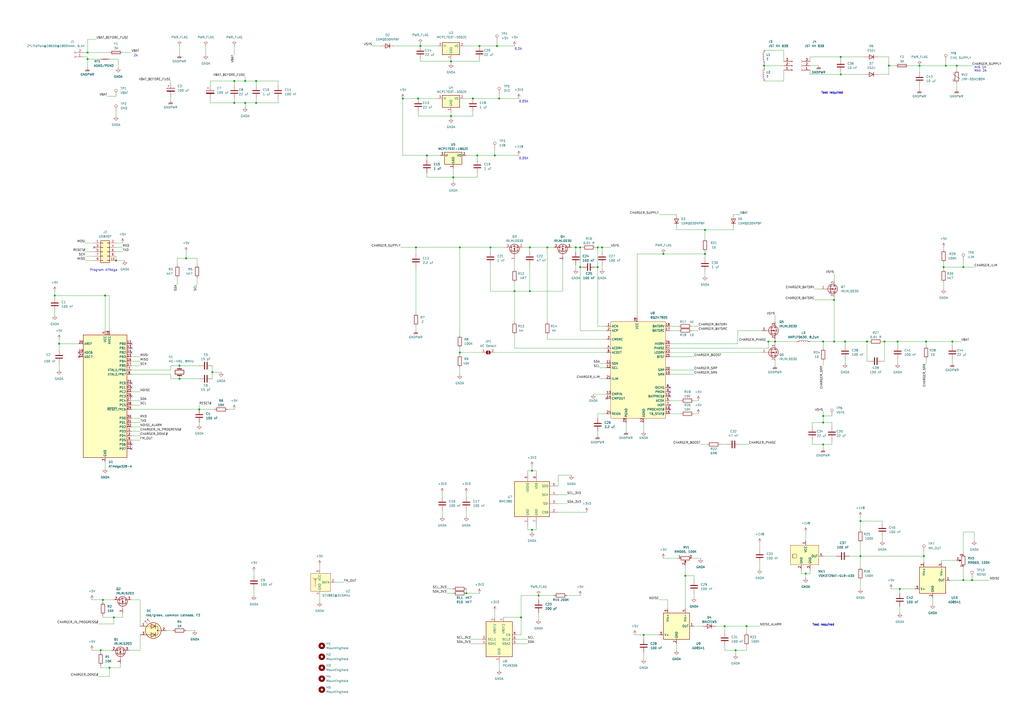
<source format=kicad_sch>
(kicad_sch (version 20230121) (generator eeschema)
  (paper "A2")
  (junction (at 420.37 363.22))
  (junction (at 334.01 143.51))
  (junction (at 135.89 46.99))
  (junction (at 520.7 198.12))
  (junction (at 477.52 245.11))
  (junction (at 261.62 35.56))
  (junction (at 433.07 363.22))
  (junction (at 66.04 358.14))
  (junction (at 278.13 26.67))
  (junction (at 298.45 168.91))
  (junction (at 487.68 43.18))
  (junction (at 289.56 57.15))
  (junction (at 502.92 198.12))
  (junction (at 284.48 143.51))
  (junction (at 563.88 336.55))
  (junction (at 58.42 377.19))
  (junction (at 307.34 168.91))
  (junction (at 336.55 143.51))
  (junction (at 558.8 336.55))
  (junction (at 142.24 59.69))
  (junction (at 373.38 368.3))
  (junction (at 477.52 257.81))
  (junction (at 490.22 198.12))
  (junction (at 107.95 149.86))
  (junction (at 50.8 34.29))
  (junction (at 142.24 46.99))
  (junction (at 67.31 151.13))
  (junction (at 477.52 198.12))
  (junction (at 266.7 143.51))
  (junction (at 408.94 133.35))
  (junction (at 104.14 219.71))
  (junction (at 317.5 143.51))
  (junction (at 104.14 212.09))
  (junction (at 288.29 26.67))
  (junction (at 477.52 241.3))
  (junction (at 408.94 147.32))
  (junction (at 262.89 102.87))
  (junction (at 123.19 215.9))
  (junction (at 384.81 147.32))
  (junction (at 552.45 198.12))
  (junction (at 247.65 90.17))
  (junction (at 148.59 59.69))
  (junction (at 60.96 171.45))
  (junction (at 233.68 57.15))
  (junction (at 397.51 334.01))
  (junction (at 59.69 347.98))
  (junction (at 287.02 90.17))
  (junction (at 499.11 302.26))
  (junction (at 426.72 377.19))
  (junction (at 242.57 57.15))
  (junction (at 241.3 143.51))
  (junction (at 148.59 46.99))
  (junction (at 537.21 198.12))
  (junction (at 308.61 307.34))
  (junction (at 554.99 38.1))
  (junction (at 499.11 322.58))
  (junction (at 346.71 143.51))
  (junction (at 445.77 198.12))
  (junction (at 547.37 154.94))
  (junction (at 515.62 38.1))
  (junction (at 302.26 358.14))
  (junction (at 34.29 199.39))
  (junction (at 483.87 198.12))
  (junction (at 261.62 67.31))
  (junction (at 483.87 173.99))
  (junction (at 443.23 38.1))
  (junction (at 533.4 38.1))
  (junction (at 308.61 273.05))
  (junction (at 276.86 90.17))
  (junction (at 135.89 59.69))
  (junction (at 266.7 204.47))
  (junction (at 521.97 341.63))
  (junction (at 307.34 143.51))
  (junction (at 449.58 198.12))
  (junction (at 274.32 57.15))
  (junction (at 63.5 387.35))
  (junction (at 349.25 143.51))
  (junction (at 513.08 198.12))
  (junction (at 115.57 237.49))
  (junction (at 31.75 171.45))
  (junction (at 487.68 33.02))
  (junction (at 312.42 345.44))
  (junction (at 243.84 26.67))
  (junction (at 270.51 344.17))
  (junction (at 336.55 154.94))
  (junction (at 558.8 154.94))
  (junction (at 50.8 30.48))
  (junction (at 467.36 332.74))
  (junction (at 346.71 154.94))
  (junction (at 548.64 38.1))
  (junction (at 535.94 322.58))
  (no_connect (at 76.2 199.39))
  (no_connect (at 76.2 257.81))
  (no_connect (at 388.62 237.49))
  (no_connect (at 388.62 234.95))
  (no_connect (at 54.61 143.51))
  (no_connect (at 45.72 204.47))
  (no_connect (at 45.72 207.01))
  (no_connect (at 388.62 229.87))
  (no_connect (at 351.79 231.14))
  (no_connect (at 76.2 201.93))
  (no_connect (at 76.2 229.87))
  (no_connect (at 76.2 222.25))
  (no_connect (at 76.2 260.35))
  (no_connect (at 76.2 224.79))
  (no_connect (at 76.2 204.47))
  (no_connect (at 388.62 224.79))
  (no_connect (at 388.62 227.33))
  (wire (pts (xy 243.84 25.4) (xy 243.84 26.67)))
  (wire (pts (xy 472.44 173.99) (xy 483.87 173.99)))
  (wire (pts (xy 336.55 154.94) (xy 336.55 143.51)))
  (wire (pts (xy 76.2 245.11) (xy 81.28 245.11)))
  (wire (pts (xy 261.62 34.29) (xy 261.62 35.56)))
  (wire (pts (xy 471.17 257.81) (xy 477.52 257.81)))
  (wire (pts (xy 388.62 204.47) (xy 441.96 204.47)))
  (wire (pts (xy 270.51 344.17) (xy 278.13 344.17)))
  (wire (pts (xy 55.88 22.86) (xy 50.8 22.86)))
  (wire (pts (xy 306.07 274.32) (xy 306.07 273.05)))
  (wire (pts (xy 60.96 171.45) (xy 63.5 171.45)))
  (wire (pts (xy 76.2 227.33) (xy 81.28 227.33)))
  (wire (pts (xy 469.9 43.18) (xy 487.68 43.18)))
  (wire (pts (xy 49.53 151.13) (xy 54.61 151.13)))
  (wire (pts (xy 311.15 273.05) (xy 311.15 274.32)))
  (wire (pts (xy 433.07 363.22) (xy 433.07 367.03)))
  (wire (pts (xy 233.68 90.17) (xy 247.65 90.17)))
  (wire (pts (xy 440.69 326.39) (xy 440.69 330.2)))
  (wire (pts (xy 554.99 38.1) (xy 554.99 40.64)))
  (wire (pts (xy 521.97 341.63) (xy 521.97 344.17)))
  (wire (pts (xy 247.65 100.33) (xy 247.65 102.87)))
  (wire (pts (xy 289.56 383.54) (xy 289.56 388.62)))
  (wire (pts (xy 71.12 146.05) (xy 67.31 146.05)))
  (wire (pts (xy 233.68 57.15) (xy 242.57 57.15)))
  (wire (pts (xy 287.02 354.33) (xy 287.02 358.14)))
  (wire (pts (xy 66.04 358.14) (xy 66.04 361.95)))
  (wire (pts (xy 161.29 59.69) (xy 148.59 59.69)))
  (wire (pts (xy 102.87 149.86) (xy 102.87 153.67)))
  (wire (pts (xy 228.6 26.67) (xy 243.84 26.67)))
  (wire (pts (xy 483.87 173.99) (xy 483.87 198.12)))
  (wire (pts (xy 535.94 326.39) (xy 535.94 322.58)))
  (wire (pts (xy 63.5 34.29) (xy 68.58 34.29)))
  (wire (pts (xy 533.4 38.1) (xy 548.64 38.1)))
  (wire (pts (xy 261.62 35.56) (xy 261.62 36.83)))
  (wire (pts (xy 308.61 307.34) (xy 308.61 308.61)))
  (wire (pts (xy 454.66 29.21) (xy 454.66 35.56)))
  (wire (pts (xy 521.97 351.79) (xy 521.97 355.6)))
  (wire (pts (xy 433.07 377.19) (xy 433.07 374.65)))
  (wire (pts (xy 420.37 377.19) (xy 426.72 377.19)))
  (wire (pts (xy 67.31 140.97) (xy 71.12 140.97)))
  (wire (pts (xy 558.8 154.94) (xy 565.15 154.94)))
  (wire (pts (xy 288.29 24.13) (xy 288.29 26.67)))
  (wire (pts (xy 397.51 327.66) (xy 397.51 334.01)))
  (wire (pts (xy 123.19 215.9) (xy 123.19 219.71)))
  (wire (pts (xy 161.29 46.99) (xy 148.59 46.99)))
  (wire (pts (xy 194.31 337.82) (xy 199.39 337.82)))
  (wire (pts (xy 259.08 344.17) (xy 262.89 344.17)))
  (wire (pts (xy 554.99 48.26) (xy 554.99 52.07)))
  (wire (pts (xy 392.43 373.38) (xy 392.43 377.19)))
  (wire (pts (xy 99.06 212.09) (xy 104.14 212.09)))
  (wire (pts (xy 59.69 347.98) (xy 59.69 349.25)))
  (wire (pts (xy 273.05 373.38) (xy 279.4 373.38)))
  (wire (pts (xy 243.84 34.29) (xy 243.84 35.56)))
  (wire (pts (xy 346.71 240.03) (xy 351.79 240.03)))
  (wire (pts (xy 104.14 26.67) (xy 104.14 31.75)))
  (wire (pts (xy 388.62 214.63) (xy 402.59 214.63)))
  (wire (pts (xy 513.08 198.12) (xy 511.81 198.12)))
  (wire (pts (xy 382.27 347.98) (xy 387.35 347.98)))
  (wire (pts (xy 307.34 143.51) (xy 307.34 146.05)))
  (wire (pts (xy 533.4 38.1) (xy 533.4 41.91)))
  (wire (pts (xy 477.52 257.81) (xy 482.6 257.81)))
  (wire (pts (xy 60.96 171.45) (xy 60.96 191.77)))
  (wire (pts (xy 242.57 67.31) (xy 261.62 67.31)))
  (wire (pts (xy 303.53 143.51) (xy 307.34 143.51)))
  (wire (pts (xy 346.71 242.57) (xy 346.71 240.03)))
  (wire (pts (xy 408.94 157.48) (xy 408.94 160.02)))
  (wire (pts (xy 433.07 363.22) (xy 440.69 363.22)))
  (wire (pts (xy 81.28 377.19) (xy 81.28 368.3)))
  (wire (pts (xy 349.25 146.05) (xy 349.25 143.51)))
  (wire (pts (xy 425.45 133.35) (xy 425.45 132.08)))
  (wire (pts (xy 402.59 344.17) (xy 402.59 346.71)))
  (wire (pts (xy 541.02 346.71) (xy 541.02 350.52)))
  (wire (pts (xy 336.55 154.94) (xy 336.55 191.77)))
  (wire (pts (xy 513.08 198.12) (xy 520.7 198.12)))
  (wire (pts (xy 554.99 38.1) (xy 563.88 38.1)))
  (wire (pts (xy 273.05 370.84) (xy 279.4 370.84)))
  (wire (pts (xy 511.81 303.53) (xy 511.81 302.26)))
  (wire (pts (xy 487.68 33.02) (xy 487.68 34.29)))
  (wire (pts (xy 336.55 143.51) (xy 337.82 143.51)))
  (wire (pts (xy 60.96 171.45) (xy 31.75 171.45)))
  (wire (pts (xy 537.21 208.28) (xy 537.21 210.82)))
  (wire (pts (xy 63.5 387.35) (xy 69.85 387.35)))
  (wire (pts (xy 441.96 191.77) (xy 427.99 191.77)))
  (wire (pts (xy 58.42 387.35) (xy 58.42 386.08)))
  (wire (pts (xy 57.15 361.95) (xy 66.04 361.95)))
  (wire (pts (xy 317.5 194.31) (xy 317.5 196.85)))
  (wire (pts (xy 312.42 345.44) (xy 302.26 345.44)))
  (wire (pts (xy 373.38 368.3) (xy 382.27 368.3)))
  (wire (pts (xy 269.24 26.67) (xy 278.13 26.67)))
  (wire (pts (xy 445.77 201.93) (xy 445.77 198.12)))
  (wire (pts (xy 50.8 30.48) (xy 63.5 30.48)))
  (wire (pts (xy 147.32 331.47) (xy 147.32 334.01)))
  (wire (pts (xy 161.29 57.15) (xy 161.29 59.69)))
  (wire (pts (xy 115.57 237.49) (xy 124.46 237.49)))
  (wire (pts (xy 469.9 33.02) (xy 469.9 35.56)))
  (wire (pts (xy 76.2 234.95) (xy 81.28 234.95)))
  (wire (pts (xy 537.21 198.12) (xy 552.45 198.12)))
  (wire (pts (xy 345.44 154.94) (xy 346.71 154.94)))
  (wire (pts (xy 59.69 358.14) (xy 66.04 358.14)))
  (wire (pts (xy 278.13 26.67) (xy 288.29 26.67)))
  (wire (pts (xy 53.34 377.19) (xy 58.42 377.19)))
  (wire (pts (xy 535.94 320.04) (xy 535.94 322.58)))
  (wire (pts (xy 502.92 198.12) (xy 504.19 198.12)))
  (wire (pts (xy 69.85 384.81) (xy 69.85 387.35)))
  (wire (pts (xy 148.59 57.15) (xy 148.59 59.69)))
  (wire (pts (xy 115.57 234.95) (xy 115.57 237.49)))
  (wire (pts (xy 298.45 168.91) (xy 307.34 168.91)))
  (wire (pts (xy 49.53 148.59) (xy 54.61 148.59)))
  (wire (pts (xy 34.29 203.2) (xy 34.29 199.39)))
  (wire (pts (xy 284.48 143.51) (xy 284.48 146.05)))
  (wire (pts (xy 513.08 209.55) (xy 513.08 198.12)))
  (wire (pts (xy 34.29 196.85) (xy 34.29 199.39)))
  (wire (pts (xy 547.37 143.51) (xy 547.37 144.78)))
  (wire (pts (xy 426.72 377.19) (xy 426.72 379.73)))
  (wire (pts (xy 328.93 345.44) (xy 336.55 345.44)))
  (wire (pts (xy 241.3 143.51) (xy 241.3 147.32)))
  (wire (pts (xy 67.31 148.59) (xy 67.31 151.13)))
  (wire (pts (xy 349.25 143.51) (xy 354.33 143.51)))
  (wire (pts (xy 63.5 392.43) (xy 63.5 387.35)))
  (wire (pts (xy 57.15 392.43) (xy 63.5 392.43)))
  (wire (pts (xy 477.52 241.3) (xy 477.52 245.11)))
  (wire (pts (xy 317.5 196.85) (xy 351.79 196.85)))
  (wire (pts (xy 490.22 198.12) (xy 502.92 198.12)))
  (wire (pts (xy 547.37 154.94) (xy 558.8 154.94)))
  (wire (pts (xy 81.28 347.98) (xy 81.28 363.22)))
  (wire (pts (xy 142.24 59.69) (xy 142.24 62.23)))
  (wire (pts (xy 96.52 365.76) (xy 100.33 365.76)))
  (wire (pts (xy 469.9 38.1) (xy 474.98 38.1)))
  (wire (pts (xy 388.62 191.77) (xy 393.7 191.77)))
  (wire (pts (xy 298.45 163.83) (xy 298.45 168.91)))
  (wire (pts (xy 104.14 212.09) (xy 115.57 212.09)))
  (wire (pts (xy 483.87 198.12) (xy 490.22 198.12)))
  (wire (pts (xy 558.8 308.61) (xy 558.8 321.31)))
  (wire (pts (xy 284.48 153.67) (xy 284.48 168.91)))
  (wire (pts (xy 469.9 33.02) (xy 487.68 33.02)))
  (wire (pts (xy 241.3 154.94) (xy 241.3 181.61)))
  (wire (pts (xy 464.82 330.2) (xy 464.82 332.74)))
  (wire (pts (xy 50.8 39.37) (xy 50.8 34.29)))
  (wire (pts (xy 373.38 368.3) (xy 373.38 370.84)))
  (wire (pts (xy 443.23 38.1) (xy 454.66 38.1)))
  (wire (pts (xy 121.92 46.99) (xy 121.92 49.53)))
  (wire (pts (xy 276.86 90.17) (xy 276.86 92.71)))
  (wire (pts (xy 270.51 285.75) (xy 270.51 288.29)))
  (wire (pts (xy 515.62 33.02) (xy 515.62 38.1)))
  (wire (pts (xy 471.17 245.11) (xy 477.52 245.11)))
  (wire (pts (xy 135.89 26.67) (xy 135.89 31.75)))
  (wire (pts (xy 185.42 327.66) (xy 185.42 330.2)))
  (wire (pts (xy 402.59 363.22) (xy 407.67 363.22)))
  (wire (pts (xy 298.45 194.31) (xy 298.45 201.93)))
  (wire (pts (xy 142.24 59.69) (xy 135.89 59.69)))
  (wire (pts (xy 302.26 345.44) (xy 302.26 358.14)))
  (wire (pts (xy 62.23 55.88) (xy 67.31 55.88)))
  (wire (pts (xy 521.97 341.63) (xy 530.86 341.63)))
  (wire (pts (xy 551.18 336.55) (xy 558.8 336.55)))
  (wire (pts (xy 558.8 151.13) (xy 558.8 154.94)))
  (wire (pts (xy 284.48 143.51) (xy 293.37 143.51)))
  (wire (pts (xy 347.98 213.36) (xy 351.79 213.36)))
  (wire (pts (xy 388.62 199.39) (xy 427.99 199.39)))
  (wire (pts (xy 464.82 332.74) (xy 467.36 332.74)))
  (wire (pts (xy 373.38 378.46) (xy 373.38 382.27)))
  (wire (pts (xy 323.85 287.02) (xy 328.93 287.02)))
  (wire (pts (xy 270.51 341.63) (xy 270.51 344.17)))
  (wire (pts (xy 287.02 204.47) (xy 351.79 204.47)))
  (wire (pts (xy 472.44 167.64) (xy 476.25 167.64)))
  (wire (pts (xy 511.81 302.26) (xy 499.11 302.26)))
  (wire (pts (xy 242.57 57.15) (xy 254 57.15)))
  (wire (pts (xy 306.07 273.05) (xy 308.61 273.05)))
  (wire (pts (xy 262.89 97.79) (xy 262.89 102.87)))
  (wire (pts (xy 563.88 335.28) (xy 563.88 336.55)))
  (wire (pts (xy 449.58 198.12) (xy 462.28 198.12)))
  (wire (pts (xy 471.17 245.11) (xy 471.17 247.65)))
  (wire (pts (xy 397.51 334.01) (xy 397.51 353.06)))
  (wire (pts (xy 114.3 149.86) (xy 114.3 153.67)))
  (wire (pts (xy 59.69 347.98) (xy 66.04 347.98)))
  (wire (pts (xy 48.26 33.02) (xy 50.8 33.02)))
  (wire (pts (xy 401.32 191.77) (xy 405.13 191.77)))
  (wire (pts (xy 477.52 245.11) (xy 482.6 245.11)))
  (wire (pts (xy 76.2 212.09) (xy 81.28 212.09)))
  (wire (pts (xy 384.81 323.85) (xy 393.7 323.85)))
  (wire (pts (xy 76.2 247.65) (xy 81.28 247.65)))
  (wire (pts (xy 388.62 240.03) (xy 394.97 240.03)))
  (wire (pts (xy 483.87 172.72) (xy 483.87 173.99)))
  (wire (pts (xy 76.2 214.63) (xy 99.06 214.63)))
  (wire (pts (xy 323.85 275.59) (xy 331.47 275.59)))
  (wire (pts (xy 369.57 147.32) (xy 384.81 147.32)))
  (wire (pts (xy 347.98 219.71) (xy 351.79 219.71)))
  (wire (pts (xy 76.2 255.27) (xy 81.28 255.27)))
  (wire (pts (xy 565.15 308.61) (xy 565.15 313.69)))
  (wire (pts (xy 59.69 358.14) (xy 59.69 356.87)))
  (wire (pts (xy 135.89 46.99) (xy 142.24 46.99)))
  (wire (pts (xy 247.65 90.17) (xy 247.65 92.71)))
  (wire (pts (xy 499.11 299.72) (xy 499.11 302.26)))
  (wire (pts (xy 99.06 217.17) (xy 99.06 219.71)))
  (wire (pts (xy 71.12 355.6) (xy 71.12 358.14)))
  (wire (pts (xy 287.02 90.17) (xy 300.99 90.17)))
  (wire (pts (xy 107.95 146.05) (xy 107.95 149.86)))
  (wire (pts (xy 278.13 35.56) (xy 278.13 34.29)))
  (wire (pts (xy 515.62 38.1) (xy 519.43 38.1)))
  (wire (pts (xy 63.5 191.77) (xy 63.5 171.45)))
  (wire (pts (xy 487.68 41.91) (xy 487.68 43.18)))
  (wire (pts (xy 477.52 198.12) (xy 477.52 201.93)))
  (wire (pts (xy 482.6 255.27) (xy 482.6 257.81)))
  (wire (pts (xy 408.94 133.35) (xy 425.45 133.35)))
  (wire (pts (xy 261.62 35.56) (xy 278.13 35.56)))
  (wire (pts (xy 558.8 328.93) (xy 558.8 336.55)))
  (wire (pts (xy 306.07 304.8) (xy 306.07 307.34)))
  (wire (pts (xy 308.61 270.51) (xy 308.61 273.05)))
  (wire (pts (xy 471.17 255.27) (xy 471.17 257.81)))
  (wire (pts (xy 444.5 198.12) (xy 445.77 198.12)))
  (wire (pts (xy 76.2 242.57) (xy 81.28 242.57)))
  (wire (pts (xy 99.06 46.99) (xy 99.06 48.26)))
  (wire (pts (xy 373.38 245.11) (xy 373.38 250.19)))
  (wire (pts (xy 185.42 345.44) (xy 185.42 349.25)))
  (wire (pts (xy 326.39 168.91) (xy 326.39 151.13)))
  (wire (pts (xy 504.19 209.55) (xy 502.92 209.55)))
  (wire (pts (xy 215.9 26.67) (xy 220.98 26.67)))
  (wire (pts (xy 288.29 26.67) (xy 298.45 26.67)))
  (wire (pts (xy 292.1 358.14) (xy 302.26 358.14)))
  (wire (pts (xy 547.37 152.4) (xy 547.37 154.94)))
  (wire (pts (xy 323.85 297.18) (xy 340.36 297.18)))
  (wire (pts (xy 147.32 341.63) (xy 147.32 345.44)))
  (wire (pts (xy 499.11 322.58) (xy 499.11 328.93)))
  (wire (pts (xy 392.43 132.08) (xy 392.43 133.35)))
  (wire (pts (xy 247.65 90.17) (xy 255.27 90.17)))
  (wire (pts (xy 469.9 198.12) (xy 477.52 198.12)))
  (wire (pts (xy 487.68 43.18) (xy 501.65 43.18)))
  (wire (pts (xy 445.77 198.12) (xy 449.58 198.12)))
  (wire (pts (xy 50.8 34.29) (xy 50.8 33.02)))
  (wire (pts (xy 58.42 377.19) (xy 58.42 378.46)))
  (wire (pts (xy 547.37 154.94) (xy 547.37 156.21)))
  (wire (pts (xy 53.34 347.98) (xy 59.69 347.98)))
  (wire (pts (xy 443.23 29.21) (xy 454.66 29.21)))
  (wire (pts (xy 509.27 33.02) (xy 515.62 33.02)))
  (wire (pts (xy 515.62 38.1) (xy 515.62 43.18)))
  (wire (pts (xy 548.64 38.1) (xy 554.99 38.1)))
  (wire (pts (xy 266.7 143.51) (xy 284.48 143.51)))
  (wire (pts (xy 266.7 143.51) (xy 266.7 194.31)))
  (wire (pts (xy 287.02 86.36) (xy 287.02 90.17)))
  (wire (pts (xy 107.95 149.86) (xy 102.87 149.86)))
  (wire (pts (xy 148.59 59.69) (xy 142.24 59.69)))
  (wire (pts (xy 99.06 55.88) (xy 99.06 58.42)))
  (wire (pts (xy 527.05 38.1) (xy 533.4 38.1)))
  (wire (pts (xy 520.7 198.12) (xy 537.21 198.12)))
  (wire (pts (xy 311.15 307.34) (xy 311.15 304.8)))
  (wire (pts (xy 499.11 314.96) (xy 499.11 322.58)))
  (wire (pts (xy 299.72 370.84) (xy 306.07 370.84)))
  (wire (pts (xy 477.52 209.55) (xy 477.52 212.09)))
  (wire (pts (xy 454.66 46.99) (xy 454.66 40.64)))
  (wire (pts (xy 533.4 52.07) (xy 533.4 49.53)))
  (wire (pts (xy 401.32 323.85) (xy 406.4 323.85)))
  (wire (pts (xy 119.38 26.67) (xy 119.38 31.75)))
  (wire (pts (xy 469.9 332.74) (xy 469.9 330.2)))
  (wire (pts (xy 349.25 153.67) (xy 349.25 156.21)))
  (wire (pts (xy 274.32 67.31) (xy 274.32 64.77)))
  (wire (pts (xy 76.2 252.73) (xy 81.28 252.73)))
  (wire (pts (xy 256.54 285.75) (xy 256.54 288.29)))
  (wire (pts (xy 368.3 368.3) (xy 373.38 368.3)))
  (wire (pts (xy 490.22 208.28) (xy 490.22 210.82)))
  (wire (pts (xy 388.62 189.23) (xy 393.7 189.23)))
  (wire (pts (xy 266.7 201.93) (xy 266.7 204.47)))
  (wire (pts (xy 546.1 325.12) (xy 546.1 326.39)))
  (wire (pts (xy 76.2 250.19) (xy 81.28 250.19)))
  (wire (pts (xy 323.85 281.94) (xy 323.85 275.59)))
  (wire (pts (xy 302.26 358.14) (xy 302.26 368.3)))
  (wire (pts (xy 346.71 143.51) (xy 345.44 143.51)))
  (wire (pts (xy 499.11 322.58) (xy 535.94 322.58)))
  (wire (pts (xy 34.29 199.39) (xy 45.72 199.39)))
  (wire (pts (xy 67.31 151.13) (xy 72.39 151.13)))
  (wire (pts (xy 261.62 67.31) (xy 261.62 68.58)))
  (wire (pts (xy 312.42 355.6) (xy 312.42 359.41)))
  (wire (pts (xy 241.3 189.23) (xy 241.3 191.77)))
  (wire (pts (xy 427.99 191.77) (xy 427.99 199.39)))
  (wire (pts (xy 331.47 143.51) (xy 334.01 143.51)))
  (wire (pts (xy 487.68 33.02) (xy 501.65 33.02)))
  (wire (pts (xy 499.11 302.26) (xy 499.11 307.34)))
  (wire (pts (xy 76.2 207.01) (xy 81.28 207.01)))
  (wire (pts (xy 334.01 143.51) (xy 336.55 143.51)))
  (wire (pts (xy 449.58 209.55) (xy 449.58 212.09)))
  (wire (pts (xy 346.71 154.94) (xy 346.71 189.23)))
  (wire (pts (xy 99.06 219.71) (xy 104.14 219.71)))
  (wire (pts (xy 547.37 163.83) (xy 547.37 167.64)))
  (wire (pts (xy 123.19 215.9) (xy 128.27 215.9)))
  (wire (pts (xy 31.75 180.34) (xy 31.75 182.88)))
  (wire (pts (xy 420.37 363.22) (xy 420.37 367.03)))
  (wire (pts (xy 262.89 102.87) (xy 262.89 105.41)))
  (wire (pts (xy 76.2 209.55) (xy 81.28 209.55)))
  (wire (pts (xy 31.75 168.91) (xy 31.75 171.45)))
  (wire (pts (xy 520.7 208.28) (xy 520.7 210.82)))
  (wire (pts (xy 270.51 90.17) (xy 276.86 90.17)))
  (wire (pts (xy 54.61 146.05) (xy 49.53 146.05)))
  (wire (pts (xy 135.89 57.15) (xy 135.89 59.69)))
  (wire (pts (xy 443.23 46.99) (xy 454.66 46.99)))
  (wire (pts (xy 347.98 210.82) (xy 351.79 210.82)))
  (wire (pts (xy 76.2 217.17) (xy 99.06 217.17)))
  (wire (pts (xy 58.42 377.19) (xy 64.77 377.19)))
  (wire (pts (xy 346.71 250.19) (xy 346.71 252.73)))
  (wire (pts (xy 132.08 237.49) (xy 135.89 237.49)))
  (wire (pts (xy 289.56 57.15) (xy 300.99 57.15)))
  (wire (pts (xy 477.52 257.81) (xy 477.52 260.35)))
  (wire (pts (xy 135.89 59.69) (xy 121.92 59.69)))
  (wire (pts (xy 408.94 138.43) (xy 408.94 133.35)))
  (wire (pts (xy 392.43 133.35) (xy 408.94 133.35)))
  (wire (pts (xy 259.08 341.63) (xy 262.89 341.63)))
  (wire (pts (xy 289.56 54.61) (xy 289.56 57.15)))
  (wire (pts (xy 99.06 214.63) (xy 99.06 212.09)))
  (wire (pts (xy 336.55 191.77) (xy 351.79 191.77)))
  (wire (pts (xy 66.04 358.14) (xy 71.12 358.14)))
  (wire (pts (xy 402.59 334.01) (xy 397.51 334.01)))
  (wire (pts (xy 102.87 165.1) (xy 102.87 161.29)))
  (wire (pts (xy 71.12 30.48) (xy 76.2 30.48)))
  (wire (pts (xy 276.86 102.87) (xy 276.86 100.33)))
  (wire (pts (xy 76.2 237.49) (xy 115.57 237.49)))
  (wire (pts (xy 298.45 201.93) (xy 351.79 201.93)))
  (wire (pts (xy 312.42 345.44) (xy 312.42 347.98)))
  (wire (pts (xy 104.14 219.71) (xy 115.57 219.71)))
  (wire (pts (xy 483.87 198.12) (xy 477.52 198.12)))
  (wire (pts (xy 67.31 67.31) (xy 67.31 64.77)))
  (wire (pts (xy 247.65 102.87) (xy 262.89 102.87)))
  (wire (pts (xy 388.62 207.01) (xy 402.59 207.01)))
  (wire (pts (xy 67.31 143.51) (xy 71.12 143.51)))
  (wire (pts (xy 388.62 201.93) (xy 445.77 201.93)))
  (wire (pts (xy 511.81 311.15) (xy 511.81 313.69)))
  (wire (pts (xy 121.92 57.15) (xy 121.92 59.69)))
  (wire (pts (xy 443.23 38.1) (xy 443.23 39.37)))
  (wire (pts (xy 60.96 267.97) (xy 60.96 271.78)))
  (wire (pts (xy 502.92 209.55) (xy 502.92 198.12)))
  (wire (pts (xy 298.45 186.69) (xy 298.45 168.91)))
  (wire (pts (xy 266.7 213.36) (xy 266.7 217.17)))
  (wire (pts (xy 337.82 154.94) (xy 336.55 154.94)))
  (wire (pts (xy 302.26 368.3) (xy 299.72 368.3)))
  (wire (pts (xy 382.27 124.46) (xy 392.43 124.46)))
  (wire (pts (xy 148.59 46.99) (xy 142.24 46.99)))
  (wire (pts (xy 429.26 257.81) (xy 434.34 257.81)))
  (wire (pts (xy 242.57 64.77) (xy 242.57 67.31)))
  (wire (pts (xy 270.51 295.91) (xy 270.51 299.72)))
  (wire (pts (xy 467.36 308.61) (xy 467.36 313.69)))
  (wire (pts (xy 558.8 308.61) (xy 565.15 308.61)))
  (wire (pts (xy 546.1 325.12) (xy 554.99 325.12)))
  (wire (pts (xy 516.89 341.63) (xy 521.97 341.63)))
  (wire (pts (xy 276.86 90.17) (xy 287.02 90.17)))
  (wire (pts (xy 261.62 67.31) (xy 274.32 67.31)))
  (wire (pts (xy 499.11 322.58) (xy 492.76 322.58)))
  (wire (pts (xy 490.22 198.12) (xy 490.22 200.66)))
  (wire (pts (xy 406.4 257.81) (xy 410.21 257.81)))
  (wire (pts (xy 284.48 168.91) (xy 298.45 168.91)))
  (wire (pts (xy 243.84 35.56) (xy 261.62 35.56)))
  (wire (pts (xy 241.3 143.51) (xy 266.7 143.51)))
  (wire (pts (xy 405.13 232.41) (xy 402.59 232.41)))
  (wire (pts (xy 334.01 143.51) (xy 334.01 146.05)))
  (wire (pts (xy 552.45 198.12) (xy 557.53 198.12)))
  (wire (pts (xy 477.52 322.58) (xy 485.14 322.58)))
  (wire (pts (xy 334.01 153.67) (xy 334.01 156.21)))
  (wire (pts (xy 477.52 238.76) (xy 477.52 241.3)))
  (wire (pts (xy 520.7 200.66) (xy 520.7 198.12)))
  (wire (pts (xy 123.19 212.09) (xy 123.19 215.9)))
  (wire (pts (xy 74.93 377.19) (xy 81.28 377.19)))
  (wire (pts (xy 420.37 363.22) (xy 433.07 363.22)))
  (wire (pts (xy 232.41 143.51) (xy 241.3 143.51)))
  (wire (pts (xy 425.45 124.46) (xy 429.26 124.46)))
  (wire (pts (xy 49.53 140.97) (xy 54.61 140.97)))
  (wire (pts (xy 269.24 57.15) (xy 274.32 57.15)))
  (wire (pts (xy 402.59 336.55) (xy 402.59 334.01)))
  (wire (pts (xy 443.23 36.83) (xy 443.23 38.1)))
  (wire (pts (xy 107.95 365.76) (xy 113.03 365.76)))
  (wire (pts (xy 552.45 208.28) (xy 552.45 210.82)))
  (wire (pts (xy 511.81 209.55) (xy 513.08 209.55)))
  (wire (pts (xy 417.83 257.81) (xy 421.64 257.81)))
  (wire (pts (xy 76.2 232.41) (xy 81.28 232.41)))
  (wire (pts (xy 307.34 168.91) (xy 326.39 168.91)))
  (wire (pts (xy 548.64 35.56) (xy 548.64 38.1)))
  (wire (pts (xy 363.22 245.11) (xy 363.22 250.19)))
  (wire (pts (xy 274.32 57.15) (xy 289.56 57.15)))
  (wire (pts (xy 388.62 217.17) (xy 402.59 217.17)))
  (wire (pts (xy 482.6 245.11) (xy 482.6 247.65)))
  (wire (pts (xy 321.31 143.51) (xy 317.5 143.51)))
  (wire (pts (xy 321.31 345.44) (xy 312.42 345.44)))
  (wire (pts (xy 148.59 49.53) (xy 148.59 46.99)))
  (wire (pts (xy 563.88 336.55) (xy 574.04 336.55)))
  (wire (pts (xy 307.34 143.51) (xy 317.5 143.51)))
  (wire (pts (xy 161.29 49.53) (xy 161.29 46.99)))
  (wire (pts (xy 558.8 336.55) (xy 563.88 336.55)))
  (wire (pts (xy 346.71 154.94) (xy 346.71 143.51)))
  (wire (pts (xy 499.11 336.55) (xy 499.11 341.63)))
  (wire (pts (xy 115.57 245.11) (xy 115.57 246.38)))
  (wire (pts (xy 31.75 171.45) (xy 31.75 172.72)))
  (wire (pts (xy 114.3 165.1) (xy 114.3 161.29)))
  (wire (pts (xy 369.57 147.32) (xy 369.57 184.15)))
  (wire (pts (xy 306.07 307.34) (xy 308.61 307.34)))
  (wire (pts (xy 142.24 44.45) (xy 142.24 46.99)))
  (wire (pts (xy 483.87 158.75) (xy 483.87 162.56)))
  (wire (pts (xy 299.72 373.38) (xy 306.07 373.38)))
  (wire (pts (xy 408.94 146.05) (xy 408.94 147.32)))
  (wire (pts (xy 387.35 347.98) (xy 387.35 353.06)))
  (wire (pts (xy 243.84 26.67) (xy 254 26.67)))
  (wire (pts (xy 420.37 374.65) (xy 420.37 377.19)))
  (wire (pts (xy 515.62 43.18) (xy 509.27 43.18)))
  (wire (pts (xy 477.52 241.3) (xy 482.6 241.3)))
  (wire (pts (xy 552.45 198.12) (xy 552.45 200.66)))
  (wire (pts (xy 135.89 46.99) (xy 121.92 46.99)))
  (wire (pts (xy 405.13 240.03) (xy 402.59 240.03)))
  (wire (pts (xy 50.8 34.29) (xy 58.42 34.29)))
  (wire (pts (xy 449.58 182.88) (xy 449.58 186.69)))
  (wire (pts (xy 384.81 147.32) (xy 408.94 147.32)))
  (wire (pts (xy 349.25 143.51) (xy 346.71 143.51)))
  (wire (pts (xy 34.29 210.82) (xy 34.29 214.63)))
  (wire (pts (xy 298.45 151.13) (xy 298.45 156.21)))
  (wire (pts (xy 233.68 90.17) (xy 233.68 57.15)))
  (wire (pts (xy 317.5 143.51) (xy 317.5 186.69)))
  (wire (pts (xy 58.42 387.35) (xy 63.5 387.35)))
  (wire (pts (xy 50.8 22.86) (xy 50.8 30.48)))
  (wire (pts (xy 261.62 64.77) (xy 261.62 67.31)))
  (wire (pts (xy 415.29 363.22) (xy 420.37 363.22)))
  (wire (pts (xy 401.32 189.23) (xy 405.13 189.23)))
  (wire (pts (xy 449.58 196.85) (xy 449.58 198.12)))
  (wire (pts (xy 467.36 332.74) (xy 469.9 332.74)))
  (wire (pts (xy 107.95 149.86) (xy 114.3 149.86)))
  (wire (pts (xy 323.85 292.1) (xy 328.93 292.1)))
  (wire (pts (xy 388.62 232.41) (xy 394.97 232.41)))
  (wire (pts (xy 68.58 34.29) (xy 68.58 39.37)))
  (wire (pts (xy 135.89 49.53) (xy 135.89 46.99)))
  (wire (pts (xy 307.34 153.67) (xy 307.34 168.91)))
  (wire (pts (xy 81.28 347.98) (xy 76.2 347.98)))
  (wire (pts (xy 262.89 102.87) (xy 276.86 102.87)))
  (wire (pts (xy 346.71 189.23) (xy 351.79 189.23)))
  (wire (pts (xy 308.61 307.34) (xy 311.15 307.34)))
  (wire (pts (xy 344.17 228.6) (xy 351.79 228.6)))
  (wire (pts (xy 308.61 273.05) (xy 311.15 273.05)))
  (wire (pts (xy 426.72 377.19) (xy 433.07 377.19)))
  (wire (pts (xy 408.94 147.32) (xy 408.94 149.86)))
  (wire (pts (xy 266.7 204.47) (xy 279.4 204.47)))
  (wire (pts (xy 449.58 198.12) (xy 449.58 199.39)))
  (wire (pts (xy 256.54 295.91) (xy 256.54 299.72)))
  (wire (pts (xy 440.69 314.96) (xy 440.69 318.77)))
  (wire (pts (xy 266.7 204.47) (xy 266.7 205.74)))
  (wire (pts (xy 467.36 332.74) (xy 467.36 335.28)))
  (wire (pts (xy 48.26 30.48) (xy 50.8 30.48)))
  (wire (pts (xy 469.9 43.18) (xy 469.9 40.64)))
  (wire (pts (xy 537.21 198.12) (xy 537.21 200.66)))
  (text "2A" (at 77.47 33.02 0) (effects (font (size 1.27 1.27)) (justify left bottom)))
  (text "0,05A" (at 300.99 59.69 0) (effects (font (size 1.27 1.27)) (justify left bottom)))
  (text "Test required" (at 471.17 363.22 0) (effects (font (size 1.27 1.27) (thickness 0.254) bold) (justify left bottom)))
  (text "AVG 1A\nMAX 2A" (at 565.15 41.91 0) (effects (font (size 1.27 1.27)) (justify left bottom)))
  (text "0,2A" (at 298.45 29.21 0) (effects (font (size 1.27 1.27)) (justify left bottom)))
  (text "0,05A" (at 300.99 92.71 0) (effects (font (size 1.27 1.27)) (justify left bottom)))
  (text "Program ATMega" (at 52.07 157.48 0) (effects (font (size 1.27 1.27)) (justify left bottom)))
  (text "Test required" (at 476.25 54.61 0) (effects (font (size 1.27 1.27) (thickness 0.254) bold) (justify left bottom)))
  (label "VBAT" (at 557.53 198.12 0))
  (label "CHARGER_ILIM" (at 347.98 219.71 180))
  (label "VSYS" (at 449.58 182.88 180))
  (label "NOISE_ALARM" (at 81.28 247.65 0))
  (label "CHARGER_SUPPLY" (at 382.27 124.46 180))
  (label "NOISE" (at 81.28 227.33 0))
  (label "VBAT" (at 135.89 31.75 270))
  (label "CHARGER_BATSRC" (at 472.44 173.99 180))
  (label "SCL" (at 81.28 234.95 0))
  (label "SCL_3V3" (at 273.05 370.84 180))
  (label "CHARGER_PHASE" (at 434.34 257.81 0))
  (label "CHARGER_SUPPLY" (at 232.41 143.51 180))
  (label "SDA" (at 102.87 165.1 270))
  (label "SDA_3V3" (at 259.08 344.17 180))
  (label "VBAT" (at 76.2 30.48 0))
  (label "VBAT_BEFORE_FUSE" (at 55.88 22.86 0))
  (label "RXD" (at 71.12 143.51 0))
  (label "VSYS" (at 354.33 143.51 0))
  (label "FM_OUT" (at 199.39 337.82 0))
  (label "CHARGER_PHASE" (at 444.5 198.12 180))
  (label "SCK" (at 81.28 212.09 0))
  (label "VSYS" (at 215.9 26.67 180))
  (label "SDA_3V3" (at 328.93 292.1 0))
  (label "SCL_3V3" (at 259.08 341.63 180))
  (label "VSYS" (at 477.52 238.76 180))
  (label "CHARGER_DONE#" (at 81.28 252.73 0))
  (label "CHARGER_BATDRV" (at 472.44 167.64 180))
  (label "CHARGER_DONE#" (at 57.15 392.43 180))
  (label "CHARGER_BATSRC" (at 405.13 191.77 0))
  (label "VSYS" (at 483.87 158.75 180))
  (label "TXD" (at 71.12 146.05 0))
  (label "SCL" (at 114.3 165.1 270))
  (label "CHARGER_SRP" (at 477.52 212.09 270))
  (label "RXD" (at 81.28 242.57 0))
  (label "CHARGER_SUPPLY" (at 563.88 38.1 0))
  (label "MOSI" (at 81.28 207.01 0))
  (label "CHARGER_BOOST" (at 406.4 257.81 180))
  (label "VBAT_BEFORE_FUSE" (at 142.24 44.45 180))
  (label "SCL_3V3" (at 328.93 287.02 0))
  (label "SCL" (at 306.07 370.84 0))
  (label "NOISE_ALARM" (at 440.69 363.22 0))
  (label "CHARGER_IN_PROGRESS#" (at 57.15 361.95 180))
  (label "CHARGER_BOOST" (at 402.59 207.01 0))
  (label "SDA" (at 306.07 373.38 0))
  (label "SDA_3V3" (at 273.05 373.38 180))
  (label "SDA" (at 81.28 232.41 0))
  (label "NOISE" (at 574.04 336.55 0))
  (label "RESET#" (at 115.57 234.95 0))
  (label "VBAT" (at 62.23 55.88 180))
  (label "VBAT" (at 429.26 124.46 0))
  (label "SDA" (at 347.98 210.82 180))
  (label "MISO" (at 81.28 209.55 0))
  (label "CHARGER_ILIM" (at 565.15 154.94 0))
  (label "CHARGER_BATDRV" (at 405.13 189.23 0))
  (label "CHARGER_IN_PROGRESS#" (at 81.28 250.19 0))
  (label "VBAT_BEFORE_FUSE" (at 99.06 46.99 180))
  (label "NOISE" (at 382.27 347.98 180))
  (label "RESET#" (at 49.53 146.05 180))
  (label "SCK" (at 49.53 148.59 180))
  (label "MISO" (at 49.53 151.13 180))
  (label "CHARGER_SRP" (at 402.59 214.63 0))
  (label "CHARGER_SRN" (at 402.59 217.17 0))
  (label "TXD" (at 81.28 245.11 0))
  (label "SCL" (at 347.98 213.36 180))
  (label "CHARGER_SRN" (at 537.21 210.82 270))
  (label "FM_OUT" (at 81.28 255.27 0))
  (label "MOSI" (at 49.53 140.97 180))
  (symbol (lib_id "Mechanical:MountingHole") (at 186.69 400.05 0) (unit 1)
    (property "Reference" "H5" (at 189.23 398.78 0) (effects (justify left)))
    (property "Value" "MountingHole" (at 189.23 401.32 0) (effects (justify left)))
    (property "Footprint" "MountingHole:MountingHole_2.2mm_M2" (effects hide))
  )
  (symbol (lib_id "Device:C") (at 346.71 246.38 0) (unit 1)
    (property "Reference" "C26" (at 350.52 245.11 0) (effects (justify left)))
    (property "Value" "2.2 uF" (at 350.52 247.65 0) (effects (justify left)))
    (property "Footprint" "Capacitor_SMD:C_0603_1608Metric" (effects hide))
  )
  (symbol (lib_id "Transistor_FET:IRLML0030") (at 326.39 146.05 270) (mirror x) (unit 1)
    (property "Reference" "Q4" (at 326.39 137.16 90))
    (property "Value" "IRLML0030" (at 326.39 139.7 90))
    (property "Footprint" "Package_TO_SOT_SMD:SOT-23" (effects hide))
    (property "Datasheet" "https://www.infineon.com/dgdl/irlml0030pbf.pdf?fileId=5546d462533600a401535664773825df" (effects hide))
  )
  (symbol (lib_id "power:+5V") (at 298.45 26.67 0) (unit 1)
    (property "Reference" "#PWR039" (effects hide))
    (property "Value" "+5V" (at 298.45 21.59 0))
  )
  (symbol (lib_id "power:+3V3") (at 287.02 354.33 0) (unit 1)
    (property "Reference" "#PWR037" (effects hide))
    (property "Value" "+3V3" (at 287.02 349.25 0))
  )
  (symbol (lib_id "MCU_Microchip_ATmega:ATmega328-A") (at 60.96 229.87 0) (unit 1)
    (property "Reference" "U1" (at 62.9159 267.97 0) (effects (justify left)))
    (property "Value" "ATmega328-A" (at 62.9159 270.51 0) (effects (justify left)))
    (property "Footprint" "Package_QFP:TQFP-32_7x7mm_P0.8mm" (effects hide))
    (property "Datasheet" "https://static.chipdip.ru/lib/549/DOC001549488.pdf" (effects hide))
  )
  (symbol (lib_id "power:GNDA") (at 261.62 68.58 0) (unit 1)
    (property "Reference" "#PWR031" (effects hide))
    (property "Value" "GNDA" (at 261.62 73.66 0))
  )
  (symbol (lib_id "Device:R_Potentiometer") (at 558.8 325.12 180) (unit 1)
    (property "Reference" "RV3" (at 561.34 323.85 0) (effects (justify right)))
    (property "Value" "RM065, 100K" (at 561.34 326.39 0) (effects (justify right)))
    (property "Footprint" "Potentiometer_THT:Potentiometer_Runtron_RM-065_Vertical" (effects hide))
  )
  (symbol (lib_id "power:GNDA") (at 440.69 330.2 0) (unit 1)
    (property "Reference" "#PWR065" (effects hide))
    (property "Value" "GNDA" (at 440.69 335.28 0))
  )
  (symbol (lib_id "power:GNDPWR") (at 99.06 58.42 0) (unit 1)
    (property "Reference" "#PWR013" (effects hide))
    (property "Value" "GNDPWR" (at 98.933 62.23 0))
  )
  (symbol (lib_id "Device:Crystal") (at 104.14 215.9 90) (unit 1)
    (property "Reference" "X1" (at 97.79 207.01 90) (effects (justify right)))
    (property "Value" "HC-49U, 8MHz" (at 97.79 209.55 90) (effects (justify right)))
    (property "Footprint" "Crystal:Crystal_HC49-U_Vertical" (effects hide))
  )
  (symbol (lib_id "power:GNDA") (at 289.56 388.62 0) (unit 1)
    (property "Reference" "#PWR038" (effects hide))
    (property "Value" "GNDA" (at 289.56 393.7 0))
  )
  (symbol (lib_id "Device:C") (at 31.75 176.53 0) (unit 1)
    (property "Reference" "C1" (at 35.56 175.26 0) (effects (justify left)))
    (property "Value" "100 nF" (at 35.56 177.8 0) (effects (justify left)))
    (property "Footprint" "Capacitor_SMD:C_0603_1608Metric" (effects hide))
  )
  (symbol (lib_id "Device:R") (at 298.45 190.5 0) (unit 1)
    (property "Reference" "R13" (at 302.26 189.23 0))
    (property "Value" "4K" (at 302.26 191.77 0))
    (property "Footprint" "Resistor_SMD:R_0805_2012Metric" (effects hide))
  )
  (symbol (lib_id "Device:R") (at 241.3 185.42 0) (unit 1)
    (property "Reference" "R7" (at 245.11 184.15 0))
    (property "Value" "2" (at 245.11 186.69 0))
    (property "Footprint" "Resistor_SMD:R_0805_2012Metric" (effects hide))
  )
  (symbol (lib_id "Device:C") (at 135.89 53.34 0) (unit 1)
    (property "Reference" "C8" (at 138.43 52.0699 0) (effects (justify left)))
    (property "Value" "22 uF" (at 138.43 54.61 0) (effects (justify left)))
    (property "Footprint" "Capacitor_SMD:C_1210_3225Metric" (effects hide))
  )
  (symbol (lib_id "power:+1V8") (at 300.99 90.17 0) (unit 1)
    (property "Reference" "#PWR041" (effects hide))
    (property "Value" "+1V8" (at 300.99 85.09 0))
  )
  (symbol (lib_id "power:+1V8") (at 467.36 308.61 0) (unit 1)
    (property "Reference" "#PWR067" (effects hide))
    (property "Value" "+1V8" (at 467.36 303.53 0))
  )
  (symbol (lib_id "Device:R") (at 102.87 157.48 0) (unit 1)
    (property "Reference" "R3" (at 100.33 156.21 0) (effects (justify right)))
    (property "Value" "4K7" (at 100.33 158.75 0) (effects (justify right)))
    (property "Footprint" "Resistor_SMD:R_0805_2012Metric" (effects hide))
  )
  (symbol (lib_id "Device:C") (at 115.57 241.3 0) (unit 1)
    (property "Reference" "C4" (at 119.38 240.03 0) (effects (justify left)))
    (property "Value" "100 nF" (at 119.38 242.57 0) (effects (justify left)))
    (property "Footprint" "Capacitor_SMD:C_0603_1608Metric" (effects hide))
  )
  (symbol (lib_id "Device:R") (at 266.7 341.63 270) (unit 1)
    (property "Reference" "R10" (at 266.7 349.25 90))
    (property "Value" "4K7" (at 271.78 349.25 90))
    (property "Footprint" "Resistor_SMD:R_0805_2012Metric" (effects hide))
  )
  (symbol (lib_id "Device:D") (at 505.46 43.18 180) (unit 1)
    (property "Reference" "D7" (at 505.46 36.83 0))
    (property "Value" "ES2J" (at 505.46 39.37 0))
    (property "Footprint" "Diode_SMD:D_SMB" (effects hide))
    (property "Sim.Device" "D" (effects hide))
    (property "Sim.Pins" "1=K 2=A" (effects hide))
  )
  (symbol (lib_id "power:+5V") (at 135.89 237.49 0) (unit 1)
    (property "Reference" "#PWR020" (effects hide))
    (property "Value" "+5V" (at 135.89 232.41 0))
  )
  (symbol (lib_id "Connector:TestPoint") (at 67.31 64.77 0) (unit 1)
    (property "Reference" "TP2" (at 69.85 60.198 0) (effects (justify left)))
    (property "Value" "GND" (at 69.85 62.738 0) (effects (justify left)))
    (property "Footprint" "TestPoint:TestPoint_Plated_Hole_D2.0mm" (effects hide))
  )
  (symbol (lib_id "Amplifier_Current:AD8211") (at 392.43 363.22 0) (unit 1)
    (property "Reference" "U9" (at 405.13 373.38 0))
    (property "Value" "AD8541" (at 405.13 375.92 0))
    (property "Footprint" "Package_TO_SOT_SMD:SOT-23-5" (effects hide))
    (property "Datasheet" "https://www.analog.com/media/en/technical-documentation/data-sheets/AD8211.pdf" (effects hide))
  )
  (symbol (lib_id "power:+3V3") (at 278.13 344.17 0) (unit 1)
    (property "Reference" "#PWR036" (effects hide))
    (property "Value" "+3V3" (at 278.13 339.09 0))
  )
  (symbol (lib_id "Device:R") (at 397.51 191.77 270) (unit 1)
    (property "Reference" "R18" (at 396.24 194.31 90))
    (property "Value" "10" (at 401.32 194.31 90))
    (property "Footprint" "Resistor_SMD:R_0805_2012Metric" (effects hide))
  )
  (symbol (lib_id "power:+5V") (at 53.34 347.98 0) (unit 1)
    (property "Reference" "#PWR06" (effects hide))
    (property "Value" "+5V" (at 53.34 342.9 0))
  )
  (symbol (lib_id "Device:C") (at 511.81 307.34 0) (unit 1)
    (property "Reference" "C40" (at 515.62 306.07 0) (effects (justify left)))
    (property "Value" "100 nF" (at 515.62 308.61 0) (effects (justify left)))
    (property "Footprint" "Capacitor_SMD:C_0603_1608Metric" (effects hide))
  )
  (symbol (lib_id "Connector:TestPoint") (at 548.64 35.56 0) (unit 1)
    (property "Reference" "TP8" (at 551.18 30.988 0) (effects (justify left)))
    (property "Value" "CHG SUPPLY" (at 551.18 33.528 0) (effects (justify left)))
    (property "Footprint" "TestPoint:TestPoint_Pad_D1.0mm" (effects hide))
  )
  (symbol (lib_id "power:GNDA") (at 147.32 345.44 0) (unit 1)
    (property "Reference" "#PWR023" (effects hide))
    (property "Value" "GNDA" (at 147.32 350.52 0))
  )
  (symbol (lib_id "power:GNDPWR") (at 449.58 212.09 0) (unit 1)
    (property "Reference" "#PWR066" (effects hide))
    (property "Value" "GNDPWR" (at 449.453 215.9 0))
  )
  (symbol (lib_id "Device:C") (at 420.37 370.84 0) (unit 1)
    (property "Reference" "C31" (at 424.18 369.57 0) (effects (justify left)))
    (property "Value" "100 nF" (at 424.18 372.11 0) (effects (justify left)))
    (property "Footprint" "Capacitor_SMD:C_0603_1608Metric" (effects hide))
  )
  (symbol (lib_id "Device:D") (at 392.43 128.27 90) (unit 1)
    (property "Reference" "D3" (at 394.97 127 90) (effects (justify right)))
    (property "Value" "15MQ030NPBF" (at 394.97 129.54 90) (effects (justify right)))
    (property "Footprint" "Diode_SMD:D_SMA" (effects hide))
    (property "Sim.Device" "D" (effects hide))
    (property "Sim.Pins" "1=K 2=A" (effects hide))
  )
  (symbol (lib_id "Mechanical:MountingHole") (at 186.69 381 0) (unit 1)
    (property "Reference" "H2" (at 189.23 379.73 0) (effects (justify left)))
    (property "Value" "MountingHole" (at 189.23 382.27 0) (effects (justify left)))
    (property "Footprint" "MountingHole:MountingHole_2.2mm_M2" (effects hide))
  )
  (symbol (lib_id "power:GNDA") (at 349.25 156.21 0) (unit 1)
    (property "Reference" "#PWR051" (effects hide))
    (property "Value" "GNDA" (at 349.25 161.29 0))
  )
  (symbol (lib_id "Device:R") (at 266.7 344.17 270) (unit 1)
    (property "Reference" "R11" (at 266.7 346.71 90))
    (property "Value" "4K7" (at 271.78 346.71 90))
    (property "Footprint" "Resistor_SMD:R_0805_2012Metric" (effects hide))
  )
  (symbol (lib_id "power:GNDPWR") (at 241.3 191.77 0) (unit 1)
    (property "Reference" "#PWR027" (effects hide))
    (property "Value" "GNDPWR" (at 241.173 195.58 0))
  )
  (symbol (lib_id "power:PWR_FLAG") (at 135.89 26.67 0) (unit 1)
    (property "Reference" "#FLG03" (effects hide))
    (property "Value" "PWR_FLAG" (at 135.89 21.59 0))
  )
  (symbol (lib_id "Device:C") (at 119.38 219.71 90) (unit 1)
    (property "Reference" "C6" (at 119.38 223.52 90))
    (property "Value" "15 pF" (at 119.38 226.06 90))
    (property "Footprint" "Capacitor_SMD:C_0603_1608Metric" (effects hide))
  )
  (symbol (lib_id "Device:Fuse") (at 67.31 30.48 90) (unit 1)
    (property "Reference" "F1" (at 67.31 25.4 90))
    (property "Value" "3A" (at 67.31 27.94 90))
    (property "Footprint" "Library:FuseHolder1808" (effects hide))
  )
  (symbol (lib_id "Interface:PCA9306") (at 289.56 370.84 0) (unit 1)
    (property "Reference" "U6" (at 291.5794 383.54 0) (effects (justify left)))
    (property "Value" "PCA9306" (at 291.5794 386.08 0) (effects (justify left)))
    (property "Footprint" "Package_SO:MSOP-8_3x3mm_P0.65mm" (effects hide))
    (property "Datasheet" "http://www.ti.com/lit/ds/symlink/pca9306.pdf" (effects hide))
  )
  (symbol (lib_id "Device:NetTie_2") (at 60.96 34.29 0) (unit 1) (in_bom no)
    (property "Reference" "NT1" (at 58.42 35.56 0) (effects (justify right)))
    (property "Value" "AGND/PGND" (at 66.04 38.1 0) (effects (justify right)))
    (property "Footprint" "NetTie:NetTie-2_SMD_Pad2.0mm" (effects hide))
  )
  (symbol (lib_id "power:GNDA") (at 334.01 156.21 0) (unit 1)
    (property "Reference" "#PWR046" (effects hide))
    (property "Value" "GNDA" (at 334.01 161.29 0))
  )
  (symbol (lib_id "Amplifier_Current:AD8211") (at 541.02 336.55 0) (unit 1)
    (property "Reference" "U10" (at 553.72 346.71 0))
    (property "Value" "AD8541" (at 553.72 349.25 0))
    (property "Footprint" "Package_TO_SOT_SMD:SOT-23-5" (effects hide))
    (property "Datasheet" "https://www.analog.com/media/en/technical-documentation/data-sheets/AD8211.pdf" (effects hide))
  )
  (symbol (lib_id "My_Library:BQ24780S") (at 368.3 212.09 0) (unit 1)
    (property "Reference" "U8" (at 377.19 181.61 0) (effects (justify left)))
    (property "Value" "BQ24780S" (at 382.27 184.15 0))
    (property "Footprint" "Package_DFN_QFN:QFN-28-1EP_4x4mm_P0.4mm_EP2.6x2.6mm_ThermalVias" (effects hide))
    (property "Datasheet" "https://4ip.info/files/attachments/BQ24780S.pdf" (effects hide))
  )
  (symbol (lib_id "power:GNDA") (at 308.61 308.61 0) (unit 1)
    (property "Reference" "#PWR043" (effects hide))
    (property "Value" "GNDA" (at 308.61 313.69 0))
  )
  (symbol (lib_id "Device:R") (at 59.69 353.06 180) (unit 1)
    (property "Reference" "R2" (at 62.23 351.79 0) (effects (justify right)))
    (property "Value" "10K" (at 62.23 354.33 0) (effects (justify right)))
    (property "Footprint" "Resistor_SMD:R_0805_2012Metric" (effects hide))
  )
  (symbol (lib_id "Device:C") (at 533.4 45.72 0) (unit 1)
    (property "Reference" "C43" (at 537.21 44.45 0) (effects (justify left)))
    (property "Value" "10 uF" (at 537.21 46.99 0) (effects (justify left)))
    (property "Footprint" "Capacitor_SMD:C_0603_1608Metric" (effects hide))
  )
  (symbol (lib_id "Connector:Conn_01x03_Pin") (at 459.74 38.1 180) (unit 1) (on_board no)
    (property "Reference" "J3" (at 445.77 24.13 0) (effects (justify right)))
    (property "Value" "JST XH B3B" (at 445.77 26.67 0) (effects (justify right)))
  )
  (symbol (lib_id "power:GNDA") (at 331.47 275.59 0) (unit 1)
    (property "Reference" "#PWR045" (effects hide))
    (property "Value" "GNDA" (at 331.47 280.67 0))
  )
  (symbol (lib_id "power:GNDA") (at 60.96 271.78 0) (unit 1)
    (property "Reference" "#PWR08" (effects hide))
    (property "Value" "GNDA" (at 60.96 276.86 0))
  )
  (symbol (lib_id "Device:R") (at 499.11 311.15 0) (unit 1)
    (property "Reference" "R25" (at 502.92 309.88 0))
    (property "Value" "100K" (at 504.19 312.42 0))
    (property "Footprint" "Resistor_SMD:R_0805_2012Metric" (effects hide))
  )
  (symbol (lib_id "Device:L") (at 443.23 43.18 180) (unit 1) (on_board no)
    (property "Reference" "L2" (at 444.5 41.91 0) (effects (justify right)))
    (property "Value" "?" (at 444.5 44.45 0) (effects (justify right)))
  )
  (symbol (lib_id "power:GNDA") (at 406.4 323.85 0) (unit 1)
    (property "Reference" "#PWR061" (effects hide))
    (property "Value" "GNDA" (at 406.4 328.93 0))
  )
  (symbol (lib_id "power:+5V") (at 547.37 143.51 0) (unit 1)
    (property "Reference" "#PWR080" (effects hide))
    (property "Value" "+5V" (at 547.37 138.43 0))
  )
  (symbol (lib_id "Device:C") (at 482.6 251.46 0) (unit 1)
    (property "Reference" "C35" (at 485.14 250.1899 0) (effects (justify left)))
    (property "Value" "22 uF" (at 485.14 252.73 0) (effects (justify left)))
    (property "Footprint" "Capacitor_SMD:C_1210_3225Metric" (effects hide))
  )
  (symbol (lib_id "Connector_Generic:Conn_02x05_Odd_Even") (at 59.69 146.05 0) (unit 1)
    (property "Reference" "J2" (at 60.96 134.62 0))
    (property "Value" "USBASP" (at 60.96 137.16 0))
    (property "Footprint" "Connector_PinHeader_2.54mm:PinHeader_2x05_P2.54mm_Vertical" (effects hide))
    (property "Sim.Device" "SPICE" (effects hide))
    (property "Sim.Params" "type=\"J\" model=\"USBASP\" lib=\"\"" (effects hide))
    (property "Sim.Pins" "1=1 2=2 3=3 4=4 5=5 6=6 7=7 8=8 9=9 10=10" (effects hide))
  )
  (symbol (lib_id "My_Library:STX882") (at 184.15 337.82 0) (unit 1)
    (property "Reference" "U2" (at 203.2 342.9 0) (effects (justify right)))
    (property "Value" "STX882@315MHz" (at 203.2 345.44 0) (effects (justify right)))
    (property "Footprint" "Library:STX882_Vertical" (effects hide))
    (property "Datasheet" "https://www.laskakit.cz/user/related_files/stx882.pdf" (effects hide))
  )
  (symbol (lib_id "Device:LED_Dual_AKA") (at 88.9 365.76 0) (mirror y) (unit 1)
    (property "Reference" "D1" (at 86.36 354.33 0))
    (property "Value" "red/green, common cathode, F3" (at 100.33 356.87 0))
    (property "Footprint" "LED_THT:LED_D5.0mm-3" (effects hide))
  )
  (symbol (lib_id "Device:C") (at 270.51 292.1 0) (unit 1)
    (property "Reference" "C17" (at 274.32 290.83 0) (effects (justify left)))
    (property "Value" "100 nF" (at 274.32 293.37 0) (effects (justify left)))
    (property "Footprint" "Capacitor_SMD:C_0603_1608Metric" (effects hide))
  )
  (symbol (lib_id "Device:C") (at 349.25 149.86 0) (unit 1)
    (property "Reference" "C27" (at 353.06 148.59 0) (effects (justify left)))
    (property "Value" "100 nF" (at 353.06 151.13 0) (effects (justify left)))
    (property "Footprint" "Capacitor_SMD:C_0603_1608Metric" (effects hide))
  )
  (symbol (lib_id "Mechanical:MountingHole") (at 186.69 393.7 0) (unit 1)
    (property "Reference" "H4" (at 189.23 392.43 0) (effects (justify left)))
    (property "Value" "MountingHole" (at 189.23 394.97 0) (effects (justify left)))
    (property "Footprint" "MountingHole:MountingHole_2.2mm_M2" (effects hide))
  )
  (symbol (lib_id "power:GNDA") (at 256.54 299.72 0) (unit 1)
    (property "Reference" "#PWR029" (effects hide))
    (property "Value" "GNDA" (at 256.54 304.8 0))
  )
  (symbol (lib_id "Device:C") (at 341.63 154.94 90) (unit 1)
    (property "Reference" "C25" (at 341.63 158.75 90))
    (property "Value" "100 nF" (at 341.63 161.29 90))
    (property "Footprint" "Capacitor_SMD:C_0603_1608Metric" (effects hide))
  )
  (symbol (lib_id "power:GNDA") (at 68.58 39.37 0) (unit 1)
    (property "Reference" "#PWR010" (effects hide))
    (property "Value" "GNDA" (at 68.58 44.45 0))
  )
  (symbol (lib_id "power:GNDA") (at 185.42 349.25 0) (unit 1)
    (property "Reference" "#PWR025" (effects hide))
    (property "Value" "GNDA" (at 185.42 354.33 0))
  )
  (symbol (lib_id "Device:C") (at 256.54 292.1 0) (unit 1)
    (property "Reference" "C16" (at 260.35 290.83 0) (effects (justify left)))
    (property "Value" "100 nF" (at 260.35 293.37 0) (effects (justify left)))
    (property "Footprint" "Capacitor_SMD:C_0603_1608Metric" (effects hide))
  )
  (symbol (lib_id "power:GNDPWR") (at 50.8 39.37 0) (unit 1)
    (property "Reference" "#PWR05" (effects hide))
    (property "Value" "GNDPWR" (at 50.673 43.18 0))
  )
  (symbol (lib_id "Device:R") (at 414.02 257.81 270) (unit 1)
    (property "Reference" "R22" (at 414.02 260.35 90))
    (property "Value" "6R8" (at 414.02 262.89 90))
    (property "Footprint" "Resistor_SMD:R_0805_2012Metric" (effects hide))
  )
  (symbol (lib_id "power:GNDA") (at 520.7 210.82 0) (unit 1)
    (property "Reference" "#PWR076" (effects hide))
    (property "Value" "GNDA" (at 520.7 215.9 0))
  )
  (symbol (lib_id "power:GNDA") (at 547.37 167.64 0) (unit 1)
    (property "Reference" "#PWR081" (effects hide))
    (property "Value" "GNDA" (at 547.37 172.72 0))
  )
  (symbol (lib_id "Device:C") (at 521.97 347.98 0) (unit 1)
    (property "Reference" "C42" (at 525.78 346.71 0) (effects (justify left)))
    (property "Value" "100 nF" (at 525.78 349.25 0) (effects (justify left)))
    (property "Footprint" "Capacitor_SMD:C_0603_1608Metric" (effects hide))
  )
  (symbol (lib_id "power:+5V") (at 336.55 345.44 0) (unit 1)
    (property "Reference" "#PWR047" (effects hide))
    (property "Value" "+5V" (at 336.55 340.36 0))
  )
  (symbol (lib_id "Device:C") (at 440.69 322.58 0) (unit 1)
    (property "Reference" "C33" (at 444.5 321.31 0) (effects (justify left)))
    (property "Value" "100 nF" (at 444.5 323.85 0) (effects (justify left)))
    (property "Footprint" "Capacitor_SMD:C_0603_1608Metric" (effects hide))
  )
  (symbol (lib_id "Device:R") (at 398.78 240.03 90) (unit 1)
    (property "Reference" "R20" (at 398.78 234.95 90))
    (property "Value" "10K" (at 398.78 237.49 90))
    (property "Footprint" "Resistor_SMD:R_0805_2012Metric" (effects hide))
  )
  (symbol (lib_id "power:+5V") (at 107.95 146.05 0) (unit 1)
    (property "Reference" "#PWR015" (effects hide))
    (property "Value" "+5V" (at 107.95 140.97 0))
  )
  (symbol (lib_id "power:GNDA") (at 261.62 36.83 0) (unit 1)
    (property "Reference" "#PWR030" (effects hide))
    (property "Value" "GNDA" (at 261.62 41.91 0))
  )
  (symbol (lib_id "Regulator_Linear:AMS1117-3.3") (at 261.62 26.67 0) (unit 1)
    (property "Reference" "U3" (at 261.62 19.05 0))
    (property "Value" " MCP1703T-5002E" (at 261.62 21.59 0))
    (property "Footprint" "Package_TO_SOT_SMD:SOT-23" (effects hide))
    (property "Datasheet" "http://www.advanced-monolithic.com/pdf/ds1117.pdf" (effects hide))
  )
  (symbol (lib_id "power:PWR_FLAG") (at 243.84 25.4 0) (unit 1)
    (property "Reference" "#FLG04" (effects hide))
    (property "Value" "PWR_FLAG" (at 243.84 20.32 0))
  )
  (symbol (lib_id "Regulator_Linear:AMS1117-3.3") (at 261.62 57.15 0) (unit 1)
    (property "Reference" "U4" (at 261.62 50.8 0))
    (property "Value" " MCP1703T-3302E" (at 261.62 53.34 0))
    (property "Footprint" "Package_TO_SOT_SMD:SOT-23" (effects hide))
    (property "Datasheet" "http://www.advanced-monolithic.com/pdf/ds1117.pdf" (effects hide))
  )
  (symbol (lib_id "power:GNDA") (at 67.31 67.31 0) (unit 1)
    (property "Reference" "#PWR09" (effects hide))
    (property "Value" "GNDA" (at 67.31 72.39 0))
  )
  (symbol (lib_id "power:GNDA") (at 426.72 379.73 0) (unit 1)
    (property "Reference" "#PWR063" (effects hide))
    (property "Value" "GNDA" (at 426.72 384.81 0))
  )
  (symbol (lib_id "power:GNDA") (at 113.03 365.76 0) (unit 1)
    (property "Reference" "#PWR016" (effects hide))
    (property "Value" "GNDA" (at 113.03 370.84 0))
  )
  (symbol (lib_id "Device:L") (at 466.09 198.12 90) (unit 1)
    (property "Reference" "L3" (at 466.09 193.04 90))
    (property "Value" "AMPLF0630, 8,2uH" (at 466.09 195.58 90))
    (property "Footprint" "Inductor_SMD:L_Abracon_ASPI-0630LR" (effects hide))
  )
  (symbol (lib_id "Connector:Conn_01x03_Socket") (at 464.82 38.1 180) (unit 1)
    (property "Reference" "J4" (at 472.44 24.13 0))
    (property "Value" "JST XH B3B" (at 472.44 26.67 0))
    (property "Footprint" "Connector_JST:JST_XH_B3B-XH-A_1x03_P2.50mm_Vertical" (effects hide))
  )
  (symbol (lib_id "Device:R_Potentiometer") (at 397.51 323.85 90) (mirror x) (unit 1)
    (property "Reference" "RV1" (at 396.24 317.5 90) (effects (justify right)))
    (property "Value" "RM065, 100K" (at 391.16 320.04 90) (effects (justify right)))
    (property "Footprint" "Potentiometer_THT:Potentiometer_Runtron_RM-065_Vertical" (effects hide))
  )
  (symbol (lib_id "power:GNDA") (at 266.7 217.17 0) (unit 1)
    (property "Reference" "#PWR033" (effects hide))
    (property "Value" "GNDA" (at 266.7 222.25 0))
  )
  (symbol (lib_id "power:GNDA") (at 373.38 382.27 0) (unit 1)
    (property "Reference" "#PWR055" (effects hide))
    (property "Value" "GNDA" (at 373.38 387.35 0))
  )
  (symbol (lib_id "Device:R") (at 266.7 209.55 0) (unit 1)
    (property "Reference" "R9" (at 270.51 208.28 0))
    (property "Value" "45K" (at 270.51 210.82 0))
    (property "Footprint" "Resistor_SMD:R_0805_2012Metric" (effects hide))
  )
  (symbol (lib_id "Device:R") (at 266.7 198.12 0) (unit 1)
    (property "Reference" "R8" (at 270.51 196.85 0))
    (property "Value" "100K" (at 271.78 199.39 0))
    (property "Footprint" "Resistor_SMD:R_0805_2012Metric" (effects hide))
  )
  (symbol (lib_id "power:GNDA") (at 312.42 359.41 0) (unit 1)
    (property "Reference" "#PWR044" (effects hide))
    (property "Value" "GNDA" (at 312.42 364.49 0))
  )
  (symbol (lib_id "Device:C") (at 425.45 257.81 90) (unit 1)
    (property "Reference" "C32" (at 425.45 250.19 90))
    (property "Value" "47 nF" (at 425.45 252.73 90))
    (property "Footprint" "Capacitor_SMD:C_0603_1608Metric" (effects hide))
  )
  (symbol (lib_id "power:PWR_FLAG") (at 119.38 26.67 0) (unit 1)
    (property "Reference" "#FLG02" (effects hide))
    (property "Value" "PWR_FLAG" (at 119.38 21.59 0))
  )
  (symbol (lib_id "Device:C") (at 243.84 30.48 0) (unit 1)
    (property "Reference" "C14" (at 246.38 29.2099 0) (effects (justify left)))
    (property "Value" "22 uF" (at 246.38 31.75 0) (effects (justify left)))
    (property "Footprint" "Capacitor_SMD:C_1210_3225Metric" (effects hide))
  )
  (symbol (lib_id "Device:R") (at 547.37 160.02 0) (unit 1)
    (property "Reference" "R30" (at 551.18 158.75 0))
    (property "Value" "4K7" (at 551.18 161.29 0))
    (property "Footprint" "Resistor_SMD:R_0805_2012Metric" (effects hide))
  )
  (symbol (lib_id "Device:Fuse") (at 523.24 38.1 90) (unit 1)
    (property "Reference" "F2" (at 523.24 33.02 90))
    (property "Value" "3A" (at 523.24 35.56 90))
    (property "Footprint" "Library:FuseHolder1808" (effects hide))
  )
  (symbol (lib_id "power:GNDA") (at 402.59 346.71 0) (unit 1)
    (property "Reference" "#PWR058" (effects hide))
    (property "Value" "GNDA" (at 402.59 351.79 0))
  )
  (symbol (lib_id "Device:R") (at 104.14 365.76 90) (unit 1)
    (property "Reference" "R4" (at 104.14 360.68 90))
    (property "Value" "1K" (at 104.14 363.22 90))
    (property "Footprint" "Resistor_SMD:R_0805_2012Metric" (effects hide))
  )
  (symbol (lib_id "Device:C") (at 334.01 149.86 0) (unit 1)
    (property "Reference" "C24" (at 337.82 148.59 0) (effects (justify left)))
    (property "Value" "100 nF" (at 337.82 151.13 0) (effects (justify left)))
    (property "Footprint" "Capacitor_SMD:C_0603_1608Metric" (effects hide))
  )
  (symbol (lib_id "Device:R") (at 547.37 148.59 0) (unit 1)
    (property "Reference" "R29" (at 552.45 147.32 0))
    (property "Value" "100K" (at 552.45 149.86 0))
    (property "Footprint" "Resistor_SMD:R_0805_2012Metric" (effects hide))
  )
  (symbol (lib_id "power:+3V3") (at 340.36 297.18 0) (unit 1)
    (property "Reference" "#PWR048" (effects hide))
    (property "Value" "+3V3" (at 340.36 292.1 0))
  )
  (symbol (lib_id "power:GNDA") (at 521.97 355.6 0) (unit 1)
    (property "Reference" "#PWR077" (effects hide))
    (property "Value" "GNDA" (at 521.97 360.68 0))
  )
  (symbol (lib_id "power:GNDA") (at 408.94 160.02 0) (unit 1)
    (property "Reference" "#PWR062" (effects hide))
    (property "Value" "GNDA" (at 408.94 165.1 0))
  )
  (symbol (lib_id "power:+3V3") (at 308.61 270.51 0) (unit 1)
    (property "Reference" "#PWR042" (effects hide))
    (property "Value" "+3V3" (at 308.61 265.43 0))
  )
  (symbol (lib_id "power:PWR_FLAG") (at 384.81 147.32 0) (unit 1)
    (property "Reference" "#FLG06" (effects hide))
    (property "Value" "PWR_FLAG" (at 384.81 142.24 0))
  )
  (symbol (lib_id "Connector:TestPoint") (at 287.02 86.36 0) (unit 1)
    (property "Reference" "TP3" (at 289.56 81.788 0) (effects (justify left)))
    (property "Value" "1V8" (at 289.56 84.328 0) (effects (justify left)))
    (property "Footprint" "TestPoint:TestPoint_Pad_D1.0mm" (effects hide))
  )
  (symbol (lib_id "power:GNDA") (at 499.11 341.63 0) (unit 1)
    (property "Reference" "#PWR073" (effects hide))
    (property "Value" "GNDA" (at 499.11 346.71 0))
  )
  (symbol (lib_id "power:+3V3") (at 256.54 285.75 0) (unit 1)
    (property "Reference" "#PWR028" (effects hide))
    (property "Value" "+3V3" (at 256.54 280.67 0))
  )
  (symbol (lib_id "power:GNDA") (at 119.38 31.75 0) (unit 1)
    (property "Reference" "#PWR018" (effects hide))
    (property "Value" "GNDA" (at 119.38 36.83 0))
  )
  (symbol (lib_id "Device:C") (at 520.7 204.47 0) (unit 1)
    (property "Reference" "C41" (at 524.51 203.2 0) (effects (justify left)))
    (property "Value" "100 nF" (at 524.51 205.74 0) (effects (justify left)))
    (property "Footprint" "Capacitor_SMD:C_0603_1608Metric" (effects hide))
  )
  (symbol (lib_id "Transistor_FET:IRLML5203") (at 71.12 350.52 270) (mirror x) (unit 1)
    (property "Reference" "Q2" (at 67.31 341.63 90) (effects (justify left)))
    (property "Value" "IRLML5203" (at 67.31 344.17 90) (effects (justify left)))
    (property "Footprint" "Package_TO_SOT_SMD:SOT-23" (effects hide))
    (property "Datasheet" "https://www.infineon.com/dgdl/irlml5203pbf.pdf?fileId=5546d462533600a40153566868da261d" (effects hide))
  )
  (symbol (lib_id "power:+3V3") (at 300.99 57.15 0) (unit 1)
    (property "Reference" "#PWR040" (effects hide))
    (property "Value" "+3V3" (at 300.99 52.07 0))
  )
  (symbol (lib_id "Device:R") (at 537.21 204.47 0) (unit 1)
    (property "Reference" "R28" (at 541.02 203.2 0))
    (property "Value" "10" (at 541.02 205.74 0))
    (property "Footprint" "Resistor_SMD:R_0805_2012Metric" (effects hide))
  )
  (symbol (lib_id "Device:R") (at 508 198.12 90) (unit 1)
    (property "Reference" "R27" (at 508 193.04 90))
    (property "Value" "0.01 R" (at 508 195.58 90))
    (property "Footprint" "Resistor_SMD:R_1206_3216Metric" (effects hide))
  )
  (symbol (lib_id "Device:C") (at 312.42 351.79 180) (unit 1)
    (property "Reference" "C23" (at 316.23 350.5199 0) (effects (justify right)))
    (property "Value" "200 pF" (at 316.23 353.0599 0) (effects (justify right)))
    (property "Footprint" "Capacitor_SMD:C_0603_1608Metric" (effects hide))
  )
  (symbol (lib_id "Connector:TestPoint") (at 535.94 320.04 0) (unit 1)
    (property "Reference" "TP7" (at 538.48 315.468 0) (effects (justify left)))
    (property "Value" "MK_OUT" (at 538.48 318.008 0) (effects (justify left)))
    (property "Footprint" "TestPoint:TestPoint_Pad_D1.0mm" (effects hide))
  )
  (symbol (lib_id "Device:R") (at 298.45 160.02 0) (unit 1)
    (property "Reference" "R12" (at 302.26 158.75 0))
    (property "Value" "4R7" (at 303.53 161.29 0))
    (property "Footprint" "Resistor_SMD:R_0805_2012Metric" (effects hide))
  )
  (symbol (lib_id "power:+5V") (at 53.34 377.19 0) (unit 1)
    (property "Reference" "#PWR07" (effects hide))
    (property "Value" "+5V" (at 53.34 372.11 0))
  )
  (symbol (lib_id "Connector:TestPoint") (at 558.8 151.13 0) (unit 1)
    (property "Reference" "TP9" (at 561.34 146.558 0) (effects (justify left)))
    (property "Value" "ILIM" (at 561.34 149.098 0) (effects (justify left)))
    (property "Footprint" "TestPoint:TestPoint_Pad_D1.0mm" (effects hide))
  )
  (symbol (lib_id "power:PWR_FLAG") (at 312.42 345.44 0) (unit 1)
    (property "Reference" "#FLG05" (effects hide))
    (property "Value" "PWR_FLAG" (at 312.42 340.36 0))
  )
  (symbol (lib_id "Device:C") (at 284.48 149.86 0) (unit 1)
    (property "Reference" "C21" (at 288.29 148.59 0) (effects (justify left)))
    (property "Value" "1 nF" (at 288.29 151.13 0) (effects (justify left)))
    (property "Footprint" "Capacitor_SMD:C_0603_1608Metric" (effects hide))
  )
  (symbol (lib_id "power:GNDA") (at 467.36 335.28 0) (unit 1)
    (property "Reference" "#PWR068" (effects hide))
    (property "Value" "GNDA" (at 467.36 340.36 0))
  )
  (symbol (lib_id "power:GNDA") (at 262.89 105.41 0) (unit 1)
    (property "Reference" "#PWR032" (effects hide))
    (property "Value" "GNDA" (at 262.89 110.49 0))
  )
  (symbol (lib_id "Device:D") (at 411.48 363.22 180) (unit 1)
    (property "Reference" "D4" (at 411.48 358.14 0))
    (property "Value" "BAV21WS" (at 411.48 360.68 0))
    (property "Footprint" "Diode_SMD:D_SOD-323F" (effects hide))
    (property "Sim.Device" "D" (effects hide))
    (property "Sim.Pins" "1=K 2=A" (effects hide))
  )
  (symbol (lib_id "power:GNDA") (at 541.02 350.52 0) (unit 1)
    (property "Reference" "#PWR079" (effects hide))
    (property "Value" "GNDA" (at 541.02 355.6 0))
  )
  (symbol (lib_id "Mechanical:MountingHole") (at 186.69 374.65 0) (unit 1)
    (property "Reference" "H1" (at 189.23 373.38 0) (effects (justify left)))
    (property "Value" "MountingHole" (at 189.23 375.92 0) (effects (justify left)))
    (property "Footprint" "MountingHole:MountingHole_2.2mm_M2" (effects hide))
  )
  (symbol (lib_id "Device:C") (at 487.68 38.1 0) (unit 1)
    (property "Reference" "C36" (at 491.49 36.83 0) (effects (justify left)))
    (property "Value" "10 nF" (at 491.49 39.37 0) (effects (justify left)))
    (property "Footprint" "Capacitor_SMD:C_0603_1608Metric" (effects hide))
  )
  (symbol (lib_id "power:GNDA") (at 34.29 214.63 0) (unit 1)
    (property "Reference" "#PWR04" (effects hide))
    (property "Value" "GNDA" (at 34.29 219.71 0))
  )
  (symbol (lib_id "Device:R") (at 433.07 370.84 0) (unit 1)
    (property "Reference" "R23" (at 436.88 369.57 0))
    (property "Value" "100K" (at 438.15 372.11 0))
    (property "Footprint" "Resistor_SMD:R_0805_2012Metric" (effects hide))
  )
  (symbol (lib_id "Regulator_Linear:MCP1703Ax-500xxTT") (at 262.89 90.17 0) (unit 1)
    (property "Reference" "U5" (at 262.89 83.82 0))
    (property "Value" "MCP1703T-1802E" (at 262.89 86.36 0))
    (property "Footprint" "Package_TO_SOT_SMD:SOT-23" (effects hide))
    (property "Datasheet" "http://ww1.microchip.com/downloads/en/DeviceDoc/20005122B.pdf" (effects hide))
  )
  (symbol (lib_id "Device:C") (at 34.29 207.01 0) (unit 1)
    (property "Reference" "C2" (at 26.67 205.74 0) (effects (justify left)))
    (property "Value" "100 nF" (at 25.4 209.55 0) (effects (justify left)))
    (property "Footprint" "Capacitor_SMD:C_0603_1608Metric" (effects hide))
  )
  (symbol (lib_id "Device:R") (at 397.51 189.23 270) (unit 1)
    (property "Reference" "R17" (at 396.24 186.69 90))
    (property "Value" "4K" (at 401.32 186.69 90))
    (property "Footprint" "Resistor_SMD:R_0805_2012Metric" (effects hide))
  )
  (symbol (lib_id "power:GNDA") (at 72.39 151.13 0) (unit 1)
    (property "Reference" "#PWR012" (effects hide))
    (property "Value" "GNDA" (at 72.39 156.21 0))
  )
  (symbol (lib_id "Device:C") (at 490.22 204.47 0) (unit 1)
    (property "Reference" "C38" (at 494.03 203.2 0) (effects (justify left)))
    (property "Value" "100 nF" (at 494.03 205.74 0) (effects (justify left)))
    (property "Footprint" "Capacitor_SMD:C_0603_1608Metric" (effects hide))
  )
  (symbol (lib_id "power:GNDA") (at 115.57 246.38 0) (unit 1)
    (property "Reference" "#PWR017" (effects hide))
    (property "Value" "GNDA" (at 115.57 251.46 0))
  )
  (symbol (lib_id "Device:C") (at 241.3 151.13 0) (unit 1)
    (property "Reference" "C12" (at 245.11 149.86 0) (effects (justify left)))
    (property "Value" "2.2 uF" (at 245.11 152.4 0) (effects (justify left)))
    (property "Footprint" "Capacitor_SMD:C_0603_1608Metric" (effects hide))
  )
  (symbol (lib_id "Device:C") (at 148.59 53.34 0) (unit 1)
    (property "Reference" "C10" (at 152.4 52.07 0) (effects (justify left)))
    (property "Value" "1 uF" (at 152.4 54.61 0) (effects (justify left)))
    (property "Footprint" "Capacitor_SMD:C_0603_1608Metric" (effects hide))
  )
  (symbol (lib_id "power:GNDPWR") (at 554.99 52.07 0) (unit 1)
    (property "Reference" "#PWR083" (effects hide))
    (property "Value" "GNDPWR" (at 554.863 55.88 0))
  )
  (symbol (lib_id "Device:R") (at 477.52 205.74 180) (unit 1)
    (property "Reference" "R24" (at 473.71 204.47 0))
    (property "Value" "10" (at 473.71 207.01 0))
    (property "Footprint" "Resistor_SMD:R_0805_2012Metric" (effects hide))
  )
  (symbol (lib_id "power:+5V") (at 71.12 140.97 0) (unit 1)
    (property "Reference" "#PWR011" (effects hide))
    (property "Value" "+5V" (at 71.12 135.89 0))
  )
  (symbol (lib_id "Mechanical:MountingHole") (at 186.69 387.35 0) (unit 1)
    (property "Reference" "H3" (at 189.23 386.08 0) (effects (justify left)))
    (property "Value" "MountingHole" (at 189.23 388.62 0) (effects (justify left)))
    (property "Footprint" "MountingHole:MountingHole_2.2mm_M2" (effects hide))
  )
  (symbol (lib_id "Device:C_Polarized") (at 121.92 53.34 0) (unit 1)
    (property "Reference" "C7" (at 125.73 51.181 0) (effects (justify left)))
    (property "Value" "100 uF" (at 125.73 53.721 0) (effects (justify left)))
    (property "Footprint" "Capacitor_THT:CP_Radial_D6.3mm_P2.50mm" (effects hide))
  )
  (symbol (lib_id "power:GNDA") (at 490.22 210.82 0) (unit 1)
    (property "Reference" "#PWR071" (effects hide))
    (property "Value" "GNDA" (at 490.22 215.9 0))
  )
  (symbol (lib_id "Device:R") (at 128.27 237.49 90) (unit 1)
    (property "Reference" "R6" (at 128.27 232.41 90))
    (property "Value" "10K" (at 128.27 234.95 90))
    (property "Footprint" "Resistor_SMD:R_0805_2012Metric" (effects hide))
  )
  (symbol (lib_id "Transistor_FET:IRLML5203") (at 69.85 379.73 270) (mirror x) (unit 1)
    (property "Reference" "Q1" (at 66.04 370.84 90) (effects (justify left)))
    (property "Value" "IRLML5203" (at 66.04 373.38 90) (effects (justify left)))
    (property "Footprint" "Package_TO_SOT_SMD:SOT-23" (effects hide))
    (property "Datasheet" "https://www.infineon.com/dgdl/irlml5203pbf.pdf?fileId=5546d462533600a40153566868da261d" (effects hide))
  )
  (symbol (lib_id "Device:C") (at 147.32 337.82 0) (unit 1)
    (property "Reference" "C9" (at 151.13 336.55 0) (effects (justify left)))
    (property "Value" "100 nF" (at 151.13 339.09 0) (effects (justify left)))
    (property "Footprint" "Capacitor_SMD:C_0603_1608Metric" (effects hide))
  )
  (symbol (lib_id "Connector:TestPoint") (at 482.6 241.3 0) (unit 1)
    (property "Reference" "TP6" (at 485.14 236.728 0) (effects (justify left)))
    (property "Value" "VSYS" (at 485.14 239.268 0) (effects (justify left)))
    (property "Footprint" "TestPoint:TestPoint_Pad_D1.0mm" (effects hide))
  )
  (symbol (lib_id "Device:C") (at 408.94 153.67 0) (unit 1)
    (property "Reference" "C30" (at 412.75 152.4 0) (effects (justify left)))
    (property "Value" "1 uF" (at 412.75 154.94 0) (effects (justify left)))
    (property "Footprint" "Capacitor_SMD:C_0603_1608Metric" (effects hide))
  )
  (symbol (lib_id "power:+5V") (at 384.81 323.85 0) (unit 1)
    (property "Reference" "#PWR056" (effects hide))
    (property "Value" "+5V" (at 384.81 318.77 0))
  )
  (symbol (lib_id "power:+5V") (at 233.68 57.15 0) (unit 1)
    (property "Reference" "#PWR026" (effects hide))
    (property "Value" "+5V" (at 233.68 52.07 0))
  )
  (symbol (lib_id "Device:C") (at 508 209.55 90) (unit 1)
    (property "Reference" "C39" (at 508 213.36 90))
    (property "Value" "100 nF" (at 508 215.9 90))
    (property "Footprint" "Capacitor_SMD:C_0603_1608Metric" (effects hide))
  )
  (symbol (lib_id "power:+5V") (at 405.13 240.03 0) (unit 1)
    (property "Reference" "#PWR060" (effects hide))
    (property "Value" "+5V" (at 405.13 234.95 0))
  )
  (symbol (lib_id "power:GNDPWR") (at 552.45 210.82 0) (unit 1)
    (property "Reference" "#PWR082" (effects hide))
    (property "Value" "GNDPWR" (at 552.323 214.63 0))
  )
  (symbol (lib_id "Sensor:BME280") (at 308.61 289.56 0) (unit 1)
    (property "Reference" "U7" (at 297.18 288.29 0) (effects (justify right)))
    (property "Value" "BME280" (at 297.18 290.83 0) (effects (justify right)))
    (property "Footprint" "Package_LGA:Bosch_LGA-8_2.5x2.5mm_P0.65mm_ClockwisePinNumbering" (effects hide))
    (property "Datasheet" "https://www.bosch-sensortec.com/media/boschsensortec/downloads/datasheets/bst-bme280-ds002.pdf" (effects hide))
  )
  (symbol (lib_id "Device:C") (at 552.45 204.47 0) (unit 1)
    (property "Reference" "C44" (at 554.99 203.1999 0) (effects (justify left)))
    (property "Value" "22 uF" (at 554.99 205.74 0) (effects (justify left)))
    (property "Footprint" "Capacitor_SMD:C_1210_3225Metric" (effects hide))
  )
  (symbol (lib_id "Device:C_Polarized") (at 99.06 52.07 0) (unit 1)
    (property "Reference" "C3" (at 102.87 49.911 0) (effects (justify left)))
    (property "Value" "100 uF" (at 102.87 52.451 0) (effects (justify left)))
    (property "Footprint" "Capacitor_THT:CP_Radial_D6.3mm_P2.50mm" (effects hide))
  )
  (symbol (lib_id "power:GNDA") (at 344.17 228.6 0) (unit 1)
    (property "Reference" "#PWR049" (effects hide))
    (property "Value" "GNDA" (at 344.17 232.41 0))
  )
  (symbol (lib_id "power:GNDA") (at 142.24 62.23 0) (unit 1)
    (property "Reference" "#PWR021" (effects hide))
    (property "Value" "GNDA" (at 142.24 67.31 0))
  )
  (symbol (lib_id "Device:R") (at 325.12 345.44 270) (unit 1)
    (property "Reference" "R15" (at 322.58 347.98 90))
    (property "Value" "200K" (at 327.66 347.98 90))
    (property "Footprint" "Resistor_SMD:R_0805_2012Metric" (effects hide))
  )
  (symbol (lib_id "Jumper:SolderJumper_2_Open") (at 283.21 204.47 0) (unit 1)
    (property "Reference" "JP1" (at 283.21 198.12 0))
    (property "Value" "AC Detect" (at 283.21 200.66 0))
    (property "Footprint" "Jumper:SolderJumper-2_P1.3mm_Open_TrianglePad1.0x1.5mm" (effects hide))
  )
  (symbol (lib_id "power:GNDA") (at 31.75 182.88 0) (unit 1)
    (property "Reference" "#PWR02" (effects hide))
    (property "Value" "GNDA" (at 31.75 187.96 0))
  )
  (symbol (lib_id "power:GNDA") (at 373.38 250.19 0) (unit 1)
    (property "Reference" "#PWR054" (effects hide))
    (property "Value" "GNDA" (at 373.38 254 0))
  )
  (symbol (lib_id "Connector:TestPoint") (at 67.31 55.88 0) (unit 1)
    (property "Reference" "TP1" (at 69.85 51.308 0) (effects (justify left)))
    (property "Value" "VBAT" (at 69.85 53.848 0) (effects (justify left)))
    (property "Footprint" "TestPoint:TestPoint_Pad_D1.0mm" (effects hide))
  )
  (symbol (lib_id "Transistor_FET:IRLML0030") (at 447.04 204.47 0) (unit 1)
    (property "Reference" "Q6" (at 453.39 205.74 0))
    (property "Value" "IRLML0030" (at 457.2 208.28 0))
    (property "Footprint" "Package_TO_SOT_SMD:SOT-23" (effects hide))
    (property "Datasheet" "https://www.infineon.com/dgdl/irlml0030pbf.pdf?fileId=5546d462533600a401535664773825df" (effects hide))
  )
  (symbol (lib_id "Device:C") (at 307.34 149.86 0) (unit 1)
    (property "Reference" "C22" (at 311.15 148.59 0) (effects (justify left)))
    (property "Value" "47 nF" (at 311.15 151.13 0) (effects (justify left)))
    (property "Footprint" "Capacitor_SMD:C_0603_1608Metric" (effects hide))
  )
  (symbol (lib_id "Connector:Conn_01x02_Socket") (at 43.18 33.02 180) (unit 1)
    (property "Reference" "J1" (at 41.91 24.13 0))
    (property "Value" "2*LiFePo4@18650@1800mAh, 6,4V" (at 32.385 26.67 0))
    (property "Footprint" "Connector_PinSocket_2.54mm:PinSocket_1x02_P2.54mm_Vertical" (effects hide))
  )
  (symbol (lib_id "Transistor_FET:IRLML0030") (at 481.33 167.64 0) (unit 1)
    (property "Reference" "Q7" (at 487.68 166.3699 0) (effects (justify left)))
    (property "Value" "IRLML0030" (at 487.68 168.9099 0) (effects (justify left)))
    (property "Footprint" "Package_TO_SOT_SMD:SOT-23" (effects hide))
    (property "Datasheet" "https://www.infineon.com/dgdl/irlml0030pbf.pdf?fileId=5546d462533600a401535664773825df" (effects hide))
  )
  (symbol (lib_id "Device:Varistor") (at 554.99 44.45 0) (unit 1)
    (property "Reference" "RV2" (at 557.53 43.3733 0) (effects (justify left)))
    (property "Value" "JVR-05N180M" (at 557.53 45.9133 0) (effects (justify left)))
    (property "Footprint" "Varistor:RV_Disc_D7mm_W4.5mm_P5mm" (effects hide))
    (property "Sim.Name" "kicad_builtin_varistor" (effects hide))
    (property "Sim.Device" "SUBCKT" (effects hide))
    (property "Sim.Pins" "1=A 2=B" (effects hide))
    (property "Sim.Params" "threshold=1k" (effects hide))
    (property "Sim.Library" "${KICAD7_SYMBOL_DIR}/Simulation_SPICE.sp" (effects hide))
  )
  (symbol (lib_id "power:+5V") (at 147.32 331.47 0) (unit 1)
    (property "Reference" "#PWR022" (effects hide))
    (property "Value" "+5V" (at 147.32 326.39 0))
  )
  (symbol (lib_id "Device:D") (at 224.79 26.67 180) (unit 1)
    (property "Reference" "D2" (at 224.79 20.32 0))
    (property "Value" "15MQ030NPBF" (at 224.79 22.86 0))
    (property "Footprint" "Diode_SMD:D_SMA" (effects hide))
    (property "Sim.Device" "D" (effects hide))
    (property "Sim.Pins" "1=K 2=A" (effects hide))
  )
  (symbol (lib_id "Device:R") (at 58.42 382.27 180) (unit 1)
    (property "Reference" "R1" (at 60.96 381 0) (effects (justify right)))
    (property "Value" "10K" (at 60.96 383.54 0) (effects (justify right)))
    (property "Footprint" "Resistor_SMD:R_0805_2012Metric" (effects hide))
  )
  (symbol (lib_id "Device:C") (at 402.59 340.36 0) (unit 1)
    (property "Reference" "C29" (at 406.4 339.09 0) (effects (justify left)))
    (property "Value" "100 nF" (at 406.4 341.63 0) (effects (justify left)))
    (property "Footprint" "Capacitor_SMD:C_0603_1608Metric" (effects hide))
  )
  (symbol (lib_id "power:+1V8") (at 440.69 314.96 0) (unit 1)
    (property "Reference" "#PWR064" (effects hide))
    (property "Value" "+1V8" (at 440.69 309.88 0))
  )
  (symbol (lib_id "Device:R") (at 341.63 143.51 90) (unit 1)
    (property "Reference" "R16" (at 341.63 138.43 90))
    (property "Value" "0.01 R" (at 341.63 140.97 90))
    (property "Footprint" "Resistor_SMD:R_1206_3216Metric" (effects hide))
  )
  (symbol (lib_id "Transistor_FET:IRLML0030") (at 298.45 146.05 90) (unit 1)
    (property "Reference" "Q3" (at 298.45 137.16 90))
    (property "Value" "IRLML0030" (at 298.45 139.7 90))
    (property "Footprint" "Package_TO_SOT_SMD:SOT-23" (effects hide))
    (property "Datasheet" "https://www.infineon.com/dgdl/irlml0030pbf.pdf?fileId=5546d462533600a401535664773825df" (effects hide))
  )
  (symbol (lib_id "power:GNDA") (at 565.15 313.69 0) (unit 1)
    (property "Reference" "#PWR084" (effects hide))
    (property "Value" "GNDA" (at 565.15 318.77 0))
  )
  (symbol (lib_id "Connector:TestPoint") (at 563.88 335.28 0) (unit 1)
    (property "Reference" "TP10" (at 566.42 330.708 0) (effects (justify left)))
    (property "Value" "NOISE" (at 566.42 333.248 0) (effects (justify left)))
    (property "Footprint" "TestPoint:TestPoint_Pad_D1.0mm" (effects hide))
  )
  (symbol (lib_id "Connector:TestPoint") (at 289.56 54.61 0) (unit 1)
    (property "Reference" "TP5" (at 292.1 50.038 0) (effects (justify left)))
    (property "Value" "3V3" (at 292.1 52.578 0) (effects (justify left)))
    (property "Footprint" "TestPoint:TestPoint_Pad_D1.0mm" (effects hide))
  )
  (symbol (lib_id "Device:C") (at 276.86 96.52 0) (unit 1)
    (property "Reference" "C19" (at 280.67 95.25 0) (effects (justify left)))
    (property "Value" "1 uF" (at 280.67 97.79 0) (effects (justify left)))
    (property "Footprint" "Capacitor_SMD:C_0603_1608Metric" (effects hide))
  )
  (symbol (lib_id "power:GNDA") (at 270.51 299.72 0) (unit 1)
    (property "Reference" "#PWR035" (effects hide))
    (property "Value" "GNDA" (at 270.51 304.8 0))
  )
  (symbol (lib_id "Device:R") (at 499.11 332.74 0) (unit 1)
    (property "Reference" "R26" (at 502.92 331.47 0))
    (property "Value" "100K" (at 504.19 334.01 0))
    (property "Footprint" "Resistor_SMD:R_0805_2012Metric" (effects hide))
  )
  (symbol (lib_id "Device:C") (at 471.17 251.46 0) (unit 1)
    (property "Reference" "C34" (at 473.71 250.1899 0) (effects (justify left)))
    (property "Value" "22 uF" (at 473.71 252.73 0) (effects (justify left)))
    (property "Footprint" "Capacitor_SMD:C_1210_3225Metric" (effects hide))
  )
  (symbol (lib_id "Device:C") (at 247.65 96.52 0) (unit 1)
    (property "Reference" "C15" (at 251.46 95.25 0) (effects (justify left)))
    (property "Value" "1 uF" (at 251.46 97.79 0) (effects (justify left)))
    (property "Footprint" "Capacitor_SMD:C_0603_1608Metric" (effects hide))
  )
  (symbol (lib_id "Device:C") (at 161.29 53.34 180) (unit 1)
    (property "Reference" "C11" (at 165.1 52.07 0) (effects (justify right)))
    (property "Value" "100 nF" (at 165.1 54.61 0) (effects (justify right)))
    (property "Footprint" "Capacitor_SMD:C_0603_1608Metric" (effects hide))
  )
  (symbol (lib_id "power:GNDPWR") (at 363.22 250.19 0) (unit 1)
    (property "Reference" "#PWR052" (effects hide))
    (property "Value" "GNDPWR" (at 363.093 254 0))
  )
  (symbol (lib_id "Device:C") (at 278.13 30.48 0) (unit 1)
    (property "Reference" "C20" (at 280.67 29.2099 0) (effects (justify left)))
    (property "Value" "22 uF" (at 280.67 31.75 0) (effects (justify left)))
    (property "Footprint" "Capacitor_SMD:C_1210_3225Metric" (effects hide))
  )
  (symbol (lib_id "power:GNDA") (at 511.81 313.69 0) (unit 1)
    (property "Reference" "#PWR074" (effects hide))
    (property "Value" "GNDA" (at 511.81 318.77 0))
  )
  (symbol (lib_id "Device:L") (at 443.23 33.02 180) (unit 1) (on_board no)
    (property "Reference" "L1" (at 444.5 31.75 0) (effects (justify right)))
    (property "Value" "?" (at 444.5 34.29 0) (effects (justify right)))
  )
  (symbol (lib_id "power:GNDPWR") (at 104.14 31.75 0) (unit 1)
    (property "Reference" "#PWR014" (effects hide))
    (property "Value" "GNDPWR" (at 104.013 35.56 0))
  )
  (symbol (lib_id "Device:R") (at 114.3 157.48 0) (unit 1)
    (property "Reference" "R5" (at 111.76 156.21 0) (effects (justify right)))
    (property "Value" "4K7" (at 111.76 158.75 0) (effects (justify right)))
    (property "Footprint" "Resistor_SMD:R_0805_2012Metric" (effects hide))
  )
  (symbol (lib_id "power:GNDPWR") (at 346.71 252.73 0) (unit 1)
    (property "Reference" "#PWR050" (effects hide))
    (property "Value" "GNDPWR" (at 346.583 256.54 0))
  )
  (symbol (lib_id "power:+3V3") (at 270.51 285.75 0) (unit 1)
    (property "Reference" "#PWR034" (effects hide))
    (property "Value" "+3V3" (at 270.51 280.67 0))
  )
  (symbol (lib_id "power:GNDA") (at 128.27 215.9 0) (unit 1)
    (property "Reference" "#PWR019" (effects hide))
    (property "Value" "GNDA" (at 128.27 220.98 0))
  )
  (symbol (lib_id "power:PWR_FLAG") (at 533.4 38.1 0) (unit 1)
    (property "Reference" "#FLG07" (effects hide))
    (property "Value" "PWR_FLAG" (at 533.4 33.02 0))
  )
  (symbol (lib_id "Device:C") (at 119.38 212.09 90) (unit 1)
    (property "Reference" "C5" (at 119.38 205.74 90))
    (property "Value" "15 pF" (at 119.38 208.28 90))
    (property "Footprint" "Capacitor_SMD:C_0603_1608Metric" (effects hide))
  )
  (symbol (lib_id "power:+5V") (at 31.75 168.91 0) (unit 1)
    (property "Reference" "#PWR01" (effects hide))
    (property "Value" "+5V" (at 31.75 163.83 0))
  )
  (symbol (lib_id "My_Library:MEMS-4PIN") (at 467.36 321.31 0) (unit 1)
    (property "Reference" "MK1" (at 478.79 331.47 0) (effects (justify right)))
    (property "Value" "VSM3729AT-GL9-A30" (at 485.14 334.01 0))
    (property "Footprint" "Library:SMD03722C4" (effects hide))
    (property "Datasheet" "https://static.chipdip.ru/lib/927/DOC010927685.pdf" (effects hide))
  )
  (symbol (lib_id "Device:D") (at 425.45 128.27 90) (unit 1)
    (property "Reference" "D5" (at 427.99 127 90) (effects (justify right)))
    (property "Value" "15MQ030NPBF" (at 427.99 129.54 90) (effects (justify right)))
    (property "Footprint" "Diode_SMD:D_SMA" (effects hide))
    (property "Sim.Device" "D" (effects hide))
    (property "Sim.Pins" "1=K 2=A" (effects hide))
  )
  (symbol (lib_id "power:GNDPWR") (at 477.52 260.35 0) (unit 1)
    (property "Reference" "#PWR070" (effects hide))
    (property "Value" "GNDPWR" (at 477.393 264.16 0))
  )
  (symbol (lib_id "Device:C") (at 274.32 60.96 180) (unit 1)
    (property "Reference" "C18" (at 278.13 59.69 0) (effects (justify right)))
    (property "Value" "1 uF" (at 278.13 62.23 0) (effects (justify right)))
    (property "Footprint" "Capacitor_SMD:C_0603_1608Metric" (effects hide))
  )
  (symbol (lib_id "Connector:TestPoint") (at 288.29 24.13 0) (unit 1)
    (property "Reference" "TP4" (at 290.83 19.558 0) (effects (justify left)))
    (property "Value" "+5V" (at 290.83 22.098 0) (effects (justify left)))
    (property "Footprint" "TestPoint:TestPoint_Pad_D1.0mm" (effects hide))
  )
  (symbol (lib_id "Device:C") (at 242.57 60.96 0) (unit 1)
    (property "Reference" "C13" (at 245.11 59.6899 0) (effects (justify left)))
    (property "Value" "22 uF" (at 245.11 62.23 0) (effects (justify left)))
    (property "Footprint" "Capacitor_SMD:C_1210_3225Metric" (effects hide))
  )
  (symbol (lib_id "power:+5V") (at 185.42 327.66 0) (unit 1)
    (property "Reference" "#PWR024" (effects hide))
    (property "Value" "+5V" (at 185.42 322.58 0))
  )
  (symbol (lib_id "Device:R") (at 398.78 232.41 90) (unit 1)
    (property "Reference" "R19" (at 398.78 227.33 90))
    (property "Value" "10K" (at 398.78 229.87 90))
    (property "Footprint" "Resistor_SMD:R_0805_2012Metric" (effects hide))
  )
  (symbol (lib_id "Transistor_FET:IRLML0030") (at 447.04 191.77 0) (unit 1)
    (property "Reference" "Q5" (at 453.39 186.69 0))
    (property "Value" "IRLML0030" (at 457.2 189.23 0))
    (property "Footprint" "Package_TO_SOT_SMD:SOT-23" (effects hide))
    (property "Datasheet" "https://www.infineon.com/dgdl/irlml0030pbf.pdf?fileId=5546d462533600a401535664773825df" (effects hide))
  )
  (symbol (lib_id "power:+5V") (at 368.3 368.3 0) (unit 1)
    (property "Reference" "#PWR053" (effects hide))
    (property "Value" "+5V" (at 368.3 363.22 0))
  )
  (symbol (lib_id "power:PWR_FLAG") (at 104.14 26.67 0) (unit 1)
    (property "Reference" "#FLG01" (effects hide))
    (property "Value" "PWR_FLAG" (at 104.14 21.59 0))
  )
  (symbol (lib_id "power:+5V") (at 405.13 232.41 0) (unit 1)
    (property "Reference" "#PWR059" (effects hide))
    (property "Value" "+5V" (at 405.13 227.33 0))
  )
  (symbol (lib_id "power:GNDA") (at 392.43 377.19 0) (unit 1)
    (property "Reference" "#PWR057" (effects hide))
    (property "Value" "GNDA" (at 392.43 382.27 0))
  )
  (symbol (lib_id "power:GNDPWR") (at 474.98 38.1 0) (unit 1)
    (property "Reference" "#PWR069" (effects hide))
    (property "Value" "GNDPWR" (at 474.853 41.91 0))
  )
  (symbol (lib_id "Device:D") (at 505.46 33.02 180) (unit 1)
    (property "Reference" "D6" (at 505.46 26.67 0))
    (property "Value" "ES2J" (at 505.46 29.21 0))
    (property "Footprint" "Diode_SMD:D_SMB" (effects hide))
    (property "Sim.Device" "D" (effects hide))
    (property "Sim.Pins" "1=K 2=A" (effects hide))
  )
  (symbol (lib_id "power:GNDPWR") (at 533.4 52.07 0) (unit 1)
    (property "Reference" "#PWR078" (effects hide))
    (property "Value" "GNDPWR" (at 533.273 55.88 0))
  )
  (symbol (lib_id "Device:C") (at 373.38 374.65 0) (unit 1)
    (property "Reference" "C28" (at 377.19 373.38 0) (effects (justify left)))
    (property "Value" "100 nF" (at 377.19 375.92 0) (effects (justify left)))
    (property "Footprint" "Capacitor_SMD:C_0603_1608Metric" (effects hide))
  )
  (symbol (lib_id "Device:R") (at 408.94 142.24 180) (unit 1)
    (property "Reference" "R21" (at 414.02 140.97 0))
    (property "Value" "10" (at 414.02 143.51 0))
    (property "Footprint" "Resistor_SMD:R_0805_2012Metric" (effects hide))
  )
  (symbol (lib_id "power:+1V8") (at 499.11 299.72 0) (unit 1)
    (property "Reference" "#PWR072" (effects hide))
    (property "Value" "+1V8" (at 499.11 294.64 0))
  )
  (symbol (lib_id "Device:R") (at 317.5 190.5 0) (unit 1)
    (property "Reference" "R14" (at 321.31 189.23 0))
    (property "Value" "4K" (at 321.31 191.77 0))
    (property "Footprint" "Resistor_SMD:R_0805_2012Metric" (effects hide))
  )
  (symbol (lib_id "power:+5V") (at 516.89 341.63 0) (unit 1)
    (property "Reference" "#PWR075" (effects hide))
    (property "Value" "+5V" (at 516.89 336.55 0))
  )
  (symbol (lib_id "power:+5V") (at 34.29 196.85 0) (unit 1)
    (property "Reference" "#PWR03" (effects hide))
    (property "Value" "+5V" (at 34.29 191.77 0))
  )
  (symbol (lib_id "Device:C") (at 488.95 322.58 90) (unit 1)
    (property "Reference" "C37" (at 488.95 314.96 90))
    (property "Value" "100 nF" (at 488.95 317.5 90))
    (property "Footprint" "Capacitor_SMD:C_0603_1608Metric" (effects hide))
  )
)
</source>
